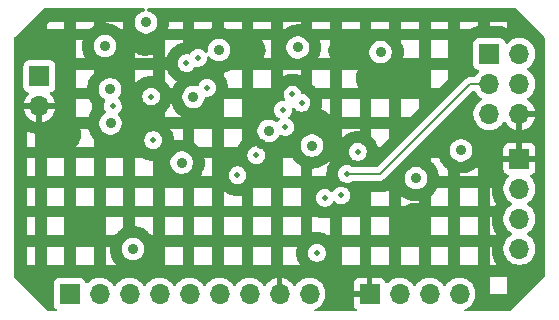
<source format=gbl>
%TF.GenerationSoftware,KiCad,Pcbnew,9.0.0*%
%TF.CreationDate,2025-03-11T16:24:46+11:00*%
%TF.ProjectId,MCU Datalogger,4d435520-4461-4746-916c-6f676765722e,1*%
%TF.SameCoordinates,Original*%
%TF.FileFunction,Copper,L4,Bot*%
%TF.FilePolarity,Positive*%
%FSLAX46Y46*%
G04 Gerber Fmt 4.6, Leading zero omitted, Abs format (unit mm)*
G04 Created by KiCad (PCBNEW 9.0.0) date 2025-03-11 16:24:46*
%MOMM*%
%LPD*%
G01*
G04 APERTURE LIST*
%TA.AperFunction,ComponentPad*%
%ADD10R,1.700000X1.700000*%
%TD*%
%TA.AperFunction,ComponentPad*%
%ADD11O,1.700000X1.700000*%
%TD*%
%TA.AperFunction,ViaPad*%
%ADD12C,0.500000*%
%TD*%
%TA.AperFunction,ViaPad*%
%ADD13C,0.900000*%
%TD*%
%TA.AperFunction,Conductor*%
%ADD14C,0.150000*%
%TD*%
G04 APERTURE END LIST*
D10*
%TO.P,J4,1,Pin_1*%
%TO.N,/MOSI*%
X160650000Y-71770000D03*
D11*
%TO.P,J4,2,Pin_2*%
%TO.N,/Vcc*%
X163190000Y-71770000D03*
%TO.P,J4,3,Pin_3*%
%TO.N,/SCK*%
X160650000Y-74310000D03*
%TO.P,J4,4,Pin_4*%
%TO.N,/MISO*%
X163190000Y-74310000D03*
%TO.P,J4,5,Pin_5*%
%TO.N,/RESET*%
X160650000Y-76850000D03*
%TO.P,J4,6,Pin_6*%
%TO.N,GND*%
X163190000Y-76850000D03*
%TD*%
D10*
%TO.P,J2,1,Pin_1*%
%TO.N,/D2*%
X125105000Y-92075000D03*
D11*
%TO.P,J2,2,Pin_2*%
%TO.N,/D3*%
X127645000Y-92075000D03*
%TO.P,J2,3,Pin_3*%
%TO.N,/D4*%
X130185000Y-92075000D03*
%TO.P,J2,4,Pin_4*%
%TO.N,/D5*%
X132725000Y-92075000D03*
%TO.P,J2,5,Pin_5*%
%TO.N,/D6*%
X135265000Y-92075000D03*
%TO.P,J2,6,Pin_6*%
%TO.N,/D7*%
X137805000Y-92075000D03*
%TO.P,J2,7,Pin_7*%
%TO.N,/D8*%
X140345000Y-92075000D03*
%TO.P,J2,8,Pin_8*%
%TO.N,GND*%
X142885000Y-92075000D03*
%TO.P,J2,9,Pin_9*%
%TO.N,/Vcc*%
X145425000Y-92075000D03*
%TD*%
D10*
%TO.P,J1,1,Pin_1*%
%TO.N,GND*%
X163195000Y-80645000D03*
D11*
%TO.P,J1,2,Pin_2*%
%TO.N,/Vcc*%
X163195000Y-83185000D03*
%TO.P,J1,3,Pin_3*%
%TO.N,/SDA*%
X163195000Y-85725000D03*
%TO.P,J1,4,Pin_4*%
%TO.N,/SCL*%
X163195000Y-88265000D03*
%TD*%
D10*
%TO.P,BT1,1,+*%
%TO.N,/Vcc*%
X122555000Y-73660000D03*
D11*
%TO.P,BT1,2,-*%
%TO.N,GND*%
X122555000Y-76200000D03*
%TD*%
D10*
%TO.P,J3,1,Pin_1*%
%TO.N,GND*%
X150505000Y-92075000D03*
D11*
%TO.P,J3,2,Pin_2*%
%TO.N,/Vcc*%
X153045000Y-92075000D03*
%TO.P,J3,3,Pin_3*%
%TO.N,/RX*%
X155585000Y-92075000D03*
%TO.P,J3,4,Pin_4*%
%TO.N,/TX*%
X158125000Y-92075000D03*
%TD*%
D12*
%TO.N,/SCL*%
X149500000Y-80050000D03*
X143975000Y-75200000D03*
%TO.N,/SCK*%
X148600000Y-81925000D03*
%TO.N,/SCL*%
X136000000Y-72100000D03*
D13*
%TO.N,GND*%
X150700000Y-73825000D03*
X148400000Y-71500000D03*
X140325000Y-71450000D03*
X131500000Y-70550000D03*
%TO.N,/Vcc*%
X131575000Y-69100000D03*
D12*
%TO.N,Net-(U3-A1)*%
X128775000Y-76200000D03*
X132025000Y-75375000D03*
D13*
%TO.N,/Vcc*%
X130475000Y-88275000D03*
X134600000Y-80975000D03*
X135600000Y-75425000D03*
X128550000Y-74775000D03*
%TO.N,GND*%
X124275000Y-71075000D03*
X124700000Y-78550000D03*
%TO.N,/Vcc*%
X128100000Y-71100000D03*
D12*
%TO.N,/MISO*%
X148107400Y-83743800D03*
%TO.N,/MOSI*%
X146710400Y-83947000D03*
%TO.N,/RX*%
X143179800Y-76504800D03*
%TO.N,/TX*%
X143357600Y-77952600D03*
%TO.N,/SDA*%
X132181600Y-79070200D03*
X144754600Y-75895200D03*
X135001000Y-72542400D03*
%TO.N,Net-(U4-PB7)*%
X136753600Y-74625200D03*
X139319000Y-82042000D03*
%TO.N,Net-(U4-PB6)*%
X140919200Y-80340200D03*
X146050000Y-88620600D03*
D13*
%TO.N,/Vcc*%
X145618200Y-79527400D03*
X151450000Y-71625000D03*
X154432000Y-82296000D03*
X128574800Y-77647800D03*
X144424400Y-71221600D03*
X137750000Y-71450000D03*
X141960600Y-78282800D03*
X158242000Y-79933800D03*
%TO.N,GND*%
X145999200Y-77749400D03*
X126187200Y-86055200D03*
X154355800Y-85725000D03*
X141046200Y-76555600D03*
X141300200Y-79425800D03*
X153924000Y-74091800D03*
%TD*%
D14*
%TO.N,/SCK*%
X148600000Y-81925000D02*
X151375000Y-81925000D01*
X151375000Y-81925000D02*
X158990000Y-74310000D01*
X158990000Y-74310000D02*
X160650000Y-74310000D01*
%TD*%
%TA.AperFunction,Conductor*%
%TO.N,GND*%
G36*
X162855077Y-67888485D02*
G01*
X162875719Y-67905119D01*
X165317681Y-70347081D01*
X165351166Y-70408404D01*
X165354000Y-70434762D01*
X165354000Y-90550438D01*
X165334315Y-90617477D01*
X165317681Y-90638119D01*
X162418519Y-93537281D01*
X162357196Y-93570766D01*
X162330838Y-93573600D01*
X158665996Y-93573600D01*
X158598957Y-93553915D01*
X158553202Y-93501111D01*
X158543258Y-93431953D01*
X158572283Y-93368397D01*
X158627677Y-93331669D01*
X158643412Y-93326557D01*
X158832816Y-93230051D01*
X158919138Y-93167335D01*
X159004786Y-93105109D01*
X159004788Y-93105106D01*
X159004792Y-93105104D01*
X159155104Y-92954792D01*
X159155106Y-92954788D01*
X159155109Y-92954786D01*
X159280048Y-92782820D01*
X159280047Y-92782820D01*
X159280051Y-92782816D01*
X159376557Y-92593412D01*
X159442246Y-92391243D01*
X159475500Y-92181287D01*
X159475500Y-92118800D01*
X160669400Y-92118800D01*
X162171400Y-92118800D01*
X162171400Y-90616800D01*
X160669400Y-90616800D01*
X160669400Y-92118800D01*
X159475500Y-92118800D01*
X159475500Y-91968713D01*
X159442246Y-91758757D01*
X159376557Y-91556588D01*
X159280051Y-91367184D01*
X159280049Y-91367181D01*
X159280048Y-91367179D01*
X159155109Y-91195213D01*
X159004786Y-91044890D01*
X158832820Y-90919951D01*
X158643414Y-90823444D01*
X158643413Y-90823443D01*
X158643412Y-90823443D01*
X158441243Y-90757754D01*
X158441241Y-90757753D01*
X158441240Y-90757753D01*
X158279957Y-90732208D01*
X158231287Y-90724500D01*
X158018713Y-90724500D01*
X157970042Y-90732208D01*
X157808760Y-90757753D01*
X157606585Y-90823444D01*
X157417179Y-90919951D01*
X157245213Y-91044890D01*
X157094890Y-91195213D01*
X156969949Y-91367182D01*
X156965484Y-91375946D01*
X156917509Y-91426742D01*
X156849688Y-91443536D01*
X156783553Y-91420998D01*
X156744516Y-91375946D01*
X156740050Y-91367182D01*
X156615109Y-91195213D01*
X156464786Y-91044890D01*
X156292820Y-90919951D01*
X156103414Y-90823444D01*
X156103413Y-90823443D01*
X156103412Y-90823443D01*
X155901243Y-90757754D01*
X155901241Y-90757753D01*
X155901240Y-90757753D01*
X155739957Y-90732208D01*
X155691287Y-90724500D01*
X155478713Y-90724500D01*
X155430042Y-90732208D01*
X155268760Y-90757753D01*
X155066585Y-90823444D01*
X154877179Y-90919951D01*
X154705213Y-91044890D01*
X154554890Y-91195213D01*
X154429949Y-91367182D01*
X154425484Y-91375946D01*
X154377509Y-91426742D01*
X154309688Y-91443536D01*
X154243553Y-91420998D01*
X154204516Y-91375946D01*
X154200050Y-91367182D01*
X154075109Y-91195213D01*
X153924786Y-91044890D01*
X153752820Y-90919951D01*
X153563414Y-90823444D01*
X153563413Y-90823443D01*
X153563412Y-90823443D01*
X153361243Y-90757754D01*
X153361241Y-90757753D01*
X153361240Y-90757753D01*
X153199957Y-90732208D01*
X153151287Y-90724500D01*
X152938713Y-90724500D01*
X152890042Y-90732208D01*
X152728760Y-90757753D01*
X152526585Y-90823444D01*
X152337179Y-90919951D01*
X152165215Y-91044889D01*
X152051285Y-91158819D01*
X151989962Y-91192303D01*
X151920270Y-91187319D01*
X151864337Y-91145447D01*
X151847422Y-91114470D01*
X151798354Y-90982913D01*
X151798350Y-90982906D01*
X151712190Y-90867812D01*
X151712187Y-90867809D01*
X151597093Y-90781649D01*
X151597086Y-90781645D01*
X151462379Y-90731403D01*
X151462372Y-90731401D01*
X151402844Y-90725000D01*
X150755000Y-90725000D01*
X150755000Y-91641988D01*
X150697993Y-91609075D01*
X150570826Y-91575000D01*
X150439174Y-91575000D01*
X150312007Y-91609075D01*
X150255000Y-91641988D01*
X150255000Y-90725000D01*
X149607155Y-90725000D01*
X149547627Y-90731401D01*
X149547620Y-90731403D01*
X149412913Y-90781645D01*
X149412906Y-90781649D01*
X149297812Y-90867809D01*
X149297809Y-90867812D01*
X149211649Y-90982906D01*
X149211645Y-90982913D01*
X149161403Y-91117620D01*
X149161401Y-91117627D01*
X149155000Y-91177155D01*
X149155000Y-91825000D01*
X150071988Y-91825000D01*
X150039075Y-91882007D01*
X150005000Y-92009174D01*
X150005000Y-92140826D01*
X150039075Y-92267993D01*
X150071988Y-92325000D01*
X149155000Y-92325000D01*
X149155000Y-92972844D01*
X149161401Y-93032372D01*
X149161403Y-93032379D01*
X149211645Y-93167086D01*
X149211649Y-93167093D01*
X149297809Y-93282187D01*
X149297812Y-93282190D01*
X149388840Y-93350334D01*
X149430711Y-93406267D01*
X149435695Y-93475959D01*
X149402209Y-93537282D01*
X149340886Y-93570766D01*
X149314529Y-93573600D01*
X145965996Y-93573600D01*
X145898957Y-93553915D01*
X145853202Y-93501111D01*
X145843258Y-93431953D01*
X145872283Y-93368397D01*
X145927677Y-93331669D01*
X145943412Y-93326557D01*
X146132816Y-93230051D01*
X146219138Y-93167335D01*
X146304786Y-93105109D01*
X146304788Y-93105106D01*
X146304792Y-93105104D01*
X146455104Y-92954792D01*
X146455106Y-92954788D01*
X146455109Y-92954786D01*
X146580048Y-92782820D01*
X146580047Y-92782820D01*
X146580051Y-92782816D01*
X146676557Y-92593412D01*
X146742246Y-92391243D01*
X146775500Y-92181287D01*
X146775500Y-91968713D01*
X146742246Y-91758757D01*
X146676557Y-91556588D01*
X146580051Y-91367184D01*
X146580049Y-91367181D01*
X146580048Y-91367179D01*
X146455109Y-91195213D01*
X146304786Y-91044890D01*
X146132820Y-90919951D01*
X145943414Y-90823444D01*
X145943413Y-90823443D01*
X145943412Y-90823443D01*
X145741243Y-90757754D01*
X145741241Y-90757753D01*
X145741240Y-90757753D01*
X145579957Y-90732208D01*
X145531287Y-90724500D01*
X145318713Y-90724500D01*
X145270042Y-90732208D01*
X145108760Y-90757753D01*
X144906585Y-90823444D01*
X144717179Y-90919951D01*
X144545213Y-91044890D01*
X144394890Y-91195213D01*
X144269949Y-91367182D01*
X144265202Y-91376499D01*
X144217227Y-91427293D01*
X144149405Y-91444087D01*
X144083271Y-91421548D01*
X144044234Y-91376495D01*
X144039622Y-91367444D01*
X143914727Y-91195540D01*
X143914723Y-91195535D01*
X143764464Y-91045276D01*
X143764459Y-91045272D01*
X143592557Y-90920379D01*
X143403215Y-90823903D01*
X143201124Y-90758241D01*
X143135000Y-90747768D01*
X143135000Y-91641988D01*
X143077993Y-91609075D01*
X142950826Y-91575000D01*
X142819174Y-91575000D01*
X142692007Y-91609075D01*
X142635000Y-91641988D01*
X142635000Y-90747768D01*
X142634999Y-90747768D01*
X142568875Y-90758241D01*
X142366784Y-90823903D01*
X142177442Y-90920379D01*
X142005540Y-91045272D01*
X142005535Y-91045276D01*
X141855276Y-91195535D01*
X141855272Y-91195540D01*
X141730378Y-91367443D01*
X141725762Y-91376502D01*
X141677784Y-91427295D01*
X141609963Y-91444087D01*
X141543829Y-91421546D01*
X141504794Y-91376493D01*
X141500051Y-91367184D01*
X141500049Y-91367181D01*
X141500048Y-91367179D01*
X141375109Y-91195213D01*
X141224786Y-91044890D01*
X141052820Y-90919951D01*
X140863414Y-90823444D01*
X140863413Y-90823443D01*
X140863412Y-90823443D01*
X140661243Y-90757754D01*
X140661241Y-90757753D01*
X140661240Y-90757753D01*
X140499957Y-90732208D01*
X140451287Y-90724500D01*
X140238713Y-90724500D01*
X140190042Y-90732208D01*
X140028760Y-90757753D01*
X139826585Y-90823444D01*
X139637179Y-90919951D01*
X139465213Y-91044890D01*
X139314890Y-91195213D01*
X139189949Y-91367182D01*
X139185484Y-91375946D01*
X139137509Y-91426742D01*
X139069688Y-91443536D01*
X139003553Y-91420998D01*
X138964516Y-91375946D01*
X138960050Y-91367182D01*
X138835109Y-91195213D01*
X138684786Y-91044890D01*
X138512820Y-90919951D01*
X138323414Y-90823444D01*
X138323413Y-90823443D01*
X138323412Y-90823443D01*
X138121243Y-90757754D01*
X138121241Y-90757753D01*
X138121240Y-90757753D01*
X137959957Y-90732208D01*
X137911287Y-90724500D01*
X137698713Y-90724500D01*
X137650042Y-90732208D01*
X137488760Y-90757753D01*
X137286585Y-90823444D01*
X137097179Y-90919951D01*
X136925213Y-91044890D01*
X136774890Y-91195213D01*
X136649949Y-91367182D01*
X136645484Y-91375946D01*
X136597509Y-91426742D01*
X136529688Y-91443536D01*
X136463553Y-91420998D01*
X136424516Y-91375946D01*
X136420050Y-91367182D01*
X136295109Y-91195213D01*
X136144786Y-91044890D01*
X135972820Y-90919951D01*
X135783414Y-90823444D01*
X135783413Y-90823443D01*
X135783412Y-90823443D01*
X135581243Y-90757754D01*
X135581241Y-90757753D01*
X135581240Y-90757753D01*
X135419957Y-90732208D01*
X135371287Y-90724500D01*
X135158713Y-90724500D01*
X135110042Y-90732208D01*
X134948760Y-90757753D01*
X134746585Y-90823444D01*
X134557179Y-90919951D01*
X134385213Y-91044890D01*
X134234890Y-91195213D01*
X134109949Y-91367182D01*
X134105484Y-91375946D01*
X134057509Y-91426742D01*
X133989688Y-91443536D01*
X133923553Y-91420998D01*
X133884516Y-91375946D01*
X133880050Y-91367182D01*
X133755109Y-91195213D01*
X133604786Y-91044890D01*
X133432820Y-90919951D01*
X133243414Y-90823444D01*
X133243413Y-90823443D01*
X133243412Y-90823443D01*
X133041243Y-90757754D01*
X133041241Y-90757753D01*
X133041240Y-90757753D01*
X132879957Y-90732208D01*
X132831287Y-90724500D01*
X132618713Y-90724500D01*
X132570042Y-90732208D01*
X132408760Y-90757753D01*
X132206585Y-90823444D01*
X132017179Y-90919951D01*
X131845213Y-91044890D01*
X131694890Y-91195213D01*
X131569949Y-91367182D01*
X131565484Y-91375946D01*
X131517509Y-91426742D01*
X131449688Y-91443536D01*
X131383553Y-91420998D01*
X131344516Y-91375946D01*
X131340050Y-91367182D01*
X131215109Y-91195213D01*
X131064786Y-91044890D01*
X130892820Y-90919951D01*
X130703414Y-90823444D01*
X130703413Y-90823443D01*
X130703412Y-90823443D01*
X130501243Y-90757754D01*
X130501241Y-90757753D01*
X130501240Y-90757753D01*
X130339957Y-90732208D01*
X130291287Y-90724500D01*
X130078713Y-90724500D01*
X130030042Y-90732208D01*
X129868760Y-90757753D01*
X129666585Y-90823444D01*
X129477179Y-90919951D01*
X129305213Y-91044890D01*
X129154890Y-91195213D01*
X129029949Y-91367182D01*
X129025484Y-91375946D01*
X128977509Y-91426742D01*
X128909688Y-91443536D01*
X128843553Y-91420998D01*
X128804516Y-91375946D01*
X128800050Y-91367182D01*
X128675109Y-91195213D01*
X128524786Y-91044890D01*
X128352820Y-90919951D01*
X128163414Y-90823444D01*
X128163413Y-90823443D01*
X128163412Y-90823443D01*
X127961243Y-90757754D01*
X127961241Y-90757753D01*
X127961240Y-90757753D01*
X127799957Y-90732208D01*
X127751287Y-90724500D01*
X127538713Y-90724500D01*
X127490042Y-90732208D01*
X127328760Y-90757753D01*
X127126585Y-90823444D01*
X126937179Y-90919951D01*
X126765215Y-91044889D01*
X126651673Y-91158431D01*
X126590350Y-91191915D01*
X126520658Y-91186931D01*
X126464725Y-91145059D01*
X126447810Y-91114082D01*
X126398797Y-90982671D01*
X126398793Y-90982664D01*
X126312547Y-90867455D01*
X126312544Y-90867452D01*
X126197335Y-90781206D01*
X126197328Y-90781202D01*
X126062482Y-90730908D01*
X126062483Y-90730908D01*
X126002883Y-90724501D01*
X126002881Y-90724500D01*
X126002873Y-90724500D01*
X126002864Y-90724500D01*
X124207129Y-90724500D01*
X124207123Y-90724501D01*
X124147516Y-90730908D01*
X124012671Y-90781202D01*
X124012664Y-90781206D01*
X123897455Y-90867452D01*
X123897452Y-90867455D01*
X123811206Y-90982664D01*
X123811202Y-90982671D01*
X123760908Y-91117517D01*
X123754501Y-91177116D01*
X123754500Y-91177135D01*
X123754500Y-92972870D01*
X123754501Y-92972876D01*
X123760908Y-93032483D01*
X123811202Y-93167328D01*
X123811206Y-93167335D01*
X123897452Y-93282544D01*
X123897455Y-93282547D01*
X123988006Y-93350334D01*
X124029877Y-93406267D01*
X124034861Y-93475959D01*
X124001375Y-93537282D01*
X123940052Y-93570766D01*
X123913695Y-93573600D01*
X123368362Y-93573600D01*
X123301323Y-93553915D01*
X123280681Y-93537281D01*
X120457719Y-90714319D01*
X120424234Y-90652996D01*
X120421400Y-90626638D01*
X120421400Y-89618800D01*
X121545400Y-89618800D01*
X122171400Y-89618800D01*
X123169400Y-89618800D01*
X124671400Y-89618800D01*
X125669400Y-89618800D01*
X127171400Y-89618800D01*
X128169400Y-89618800D01*
X129063205Y-89618800D01*
X133169400Y-89618800D01*
X134671400Y-89618800D01*
X135669400Y-89618800D01*
X137171400Y-89618800D01*
X138169400Y-89618800D01*
X139671400Y-89618800D01*
X140669400Y-89618800D01*
X142171400Y-89618800D01*
X143169400Y-89618800D01*
X144614073Y-89618800D01*
X148169400Y-89618800D01*
X149671400Y-89618800D01*
X150669400Y-89618800D01*
X152171400Y-89618800D01*
X153169400Y-89618800D01*
X154671400Y-89618800D01*
X155669400Y-89618800D01*
X157171400Y-89618800D01*
X158169400Y-89618800D01*
X159671400Y-89618800D01*
X160669400Y-89618800D01*
X161275687Y-89618800D01*
X161221026Y-89543565D01*
X161218240Y-89539568D01*
X161201874Y-89515073D01*
X161199250Y-89510973D01*
X161178769Y-89477550D01*
X161176307Y-89473350D01*
X161161917Y-89447654D01*
X161159622Y-89443361D01*
X161045314Y-89219019D01*
X161043189Y-89214636D01*
X161030846Y-89187861D01*
X161028891Y-89183392D01*
X161013893Y-89147175D01*
X161012121Y-89142647D01*
X161001936Y-89115037D01*
X161000342Y-89110440D01*
X160922545Y-88871007D01*
X160921131Y-88866347D01*
X160913138Y-88838005D01*
X160911911Y-88833300D01*
X160902758Y-88795183D01*
X160901713Y-88790423D01*
X160895964Y-88761523D01*
X160895108Y-88756728D01*
X160855723Y-88508059D01*
X160855056Y-88503236D01*
X160851596Y-88474003D01*
X160851119Y-88469165D01*
X160848041Y-88430086D01*
X160847754Y-88425221D01*
X160846596Y-88395769D01*
X160846500Y-88390897D01*
X160846500Y-88139103D01*
X160846596Y-88134231D01*
X160847281Y-88116800D01*
X160669400Y-88116800D01*
X160669400Y-89618800D01*
X159671400Y-89618800D01*
X159671400Y-88116800D01*
X158169400Y-88116800D01*
X158169400Y-89618800D01*
X157171400Y-89618800D01*
X157171400Y-88116800D01*
X155669400Y-88116800D01*
X155669400Y-89618800D01*
X154671400Y-89618800D01*
X154671400Y-88116800D01*
X153169400Y-88116800D01*
X153169400Y-89618800D01*
X152171400Y-89618800D01*
X152171400Y-88116800D01*
X150669400Y-88116800D01*
X150669400Y-89618800D01*
X149671400Y-89618800D01*
X149671400Y-88116800D01*
X148169400Y-88116800D01*
X148169400Y-89618800D01*
X144614073Y-89618800D01*
X144541494Y-89510178D01*
X144538237Y-89505034D01*
X144519302Y-89473442D01*
X144516302Y-89468146D01*
X144493201Y-89424925D01*
X144490464Y-89419489D01*
X144474724Y-89386208D01*
X144472259Y-89380645D01*
X144396935Y-89198795D01*
X144394745Y-89193120D01*
X144382342Y-89158458D01*
X144380433Y-89152678D01*
X144366207Y-89105784D01*
X144364584Y-89099921D01*
X144355634Y-89064196D01*
X144354300Y-89058254D01*
X144315896Y-88865187D01*
X144314855Y-88859189D01*
X144309451Y-88822756D01*
X144308706Y-88816715D01*
X144303903Y-88767943D01*
X144303455Y-88761873D01*
X144301649Y-88725101D01*
X144301500Y-88719018D01*
X144301500Y-88694520D01*
X145299499Y-88694520D01*
X145328340Y-88839507D01*
X145328343Y-88839517D01*
X145384912Y-88976088D01*
X145384919Y-88976101D01*
X145467048Y-89099015D01*
X145467051Y-89099019D01*
X145571580Y-89203548D01*
X145571584Y-89203551D01*
X145694498Y-89285680D01*
X145694511Y-89285687D01*
X145831082Y-89342256D01*
X145831087Y-89342258D01*
X145831091Y-89342258D01*
X145831092Y-89342259D01*
X145976079Y-89371100D01*
X145976082Y-89371100D01*
X146123920Y-89371100D01*
X146221462Y-89351696D01*
X146268913Y-89342258D01*
X146405495Y-89285684D01*
X146528416Y-89203551D01*
X146632951Y-89099016D01*
X146715084Y-88976095D01*
X146771658Y-88839513D01*
X146787172Y-88761523D01*
X146800500Y-88694520D01*
X146800500Y-88546679D01*
X146771659Y-88401692D01*
X146771658Y-88401691D01*
X146771658Y-88401687D01*
X146757960Y-88368616D01*
X146715087Y-88265111D01*
X146715080Y-88265098D01*
X146632951Y-88142184D01*
X146632948Y-88142180D01*
X146528419Y-88037651D01*
X146528415Y-88037648D01*
X146405501Y-87955519D01*
X146405488Y-87955512D01*
X146268917Y-87898943D01*
X146268907Y-87898940D01*
X146123920Y-87870100D01*
X146123918Y-87870100D01*
X145976082Y-87870100D01*
X145976080Y-87870100D01*
X145831092Y-87898940D01*
X145831082Y-87898943D01*
X145694511Y-87955512D01*
X145694498Y-87955519D01*
X145571584Y-88037648D01*
X145571580Y-88037651D01*
X145467051Y-88142180D01*
X145467048Y-88142184D01*
X145384919Y-88265098D01*
X145384912Y-88265111D01*
X145328343Y-88401682D01*
X145328340Y-88401692D01*
X145299500Y-88546679D01*
X145299500Y-88546682D01*
X145299500Y-88694518D01*
X145299500Y-88694520D01*
X145299499Y-88694520D01*
X144301500Y-88694520D01*
X144301500Y-88522182D01*
X144301649Y-88516099D01*
X144303455Y-88479327D01*
X144303903Y-88473257D01*
X144308706Y-88424485D01*
X144309451Y-88418444D01*
X144314855Y-88382011D01*
X144315896Y-88376013D01*
X144354300Y-88182946D01*
X144355634Y-88177004D01*
X144364584Y-88141279D01*
X144366207Y-88135416D01*
X144371854Y-88116800D01*
X143169400Y-88116800D01*
X143169400Y-89618800D01*
X142171400Y-89618800D01*
X142171400Y-88116800D01*
X140669400Y-88116800D01*
X140669400Y-89618800D01*
X139671400Y-89618800D01*
X139671400Y-88116800D01*
X138169400Y-88116800D01*
X138169400Y-89618800D01*
X137171400Y-89618800D01*
X137171400Y-88116800D01*
X135669400Y-88116800D01*
X135669400Y-89618800D01*
X134671400Y-89618800D01*
X134671400Y-88116800D01*
X133169400Y-88116800D01*
X133169400Y-89618800D01*
X129063205Y-89618800D01*
X129013678Y-89569273D01*
X129009480Y-89564864D01*
X128984749Y-89537577D01*
X128980775Y-89532970D01*
X128949686Y-89495088D01*
X128945940Y-89490288D01*
X128924007Y-89460714D01*
X128920504Y-89455740D01*
X128789256Y-89259314D01*
X128785999Y-89254170D01*
X128767064Y-89222578D01*
X128764064Y-89217282D01*
X128740963Y-89174061D01*
X128738227Y-89168626D01*
X128722487Y-89135346D01*
X128720021Y-89129783D01*
X128629620Y-88911535D01*
X128627430Y-88905859D01*
X128615027Y-88871197D01*
X128613118Y-88865418D01*
X128598891Y-88818522D01*
X128597267Y-88812652D01*
X128588318Y-88776924D01*
X128586985Y-88770987D01*
X128540896Y-88539281D01*
X128539855Y-88533286D01*
X128534451Y-88496858D01*
X128533706Y-88490815D01*
X128528903Y-88442046D01*
X128528455Y-88435975D01*
X128526649Y-88399200D01*
X128526500Y-88393118D01*
X128526500Y-88181379D01*
X129524500Y-88181379D01*
X129524500Y-88368620D01*
X129561025Y-88552243D01*
X129561027Y-88552251D01*
X129632676Y-88725228D01*
X129632681Y-88725237D01*
X129736697Y-88880907D01*
X129736700Y-88880911D01*
X129869088Y-89013299D01*
X129869092Y-89013302D01*
X130024762Y-89117318D01*
X130024768Y-89117321D01*
X130024769Y-89117322D01*
X130197749Y-89188973D01*
X130326767Y-89214636D01*
X130381379Y-89225499D01*
X130381383Y-89225500D01*
X130381384Y-89225500D01*
X130568617Y-89225500D01*
X130568618Y-89225499D01*
X130752251Y-89188973D01*
X130925231Y-89117322D01*
X131080908Y-89013302D01*
X131213302Y-88880908D01*
X131317322Y-88725231D01*
X131388973Y-88552251D01*
X131425500Y-88368616D01*
X131425500Y-88181384D01*
X131388973Y-87997749D01*
X131317322Y-87824769D01*
X131317321Y-87824768D01*
X131317318Y-87824762D01*
X131213302Y-87669092D01*
X131213299Y-87669088D01*
X131080911Y-87536700D01*
X131080907Y-87536697D01*
X130925237Y-87432681D01*
X130925228Y-87432676D01*
X130752251Y-87361027D01*
X130752243Y-87361025D01*
X130568620Y-87324500D01*
X130568616Y-87324500D01*
X130381384Y-87324500D01*
X130381379Y-87324500D01*
X130197756Y-87361025D01*
X130197748Y-87361027D01*
X130024771Y-87432676D01*
X130024762Y-87432681D01*
X129869092Y-87536697D01*
X129869088Y-87536700D01*
X129736700Y-87669088D01*
X129736697Y-87669092D01*
X129632681Y-87824762D01*
X129632676Y-87824771D01*
X129561027Y-87997748D01*
X129561025Y-87997756D01*
X129524500Y-88181379D01*
X128526500Y-88181379D01*
X128526500Y-88156882D01*
X128526649Y-88150800D01*
X128528319Y-88116800D01*
X128169400Y-88116800D01*
X128169400Y-89618800D01*
X127171400Y-89618800D01*
X127171400Y-88116800D01*
X125669400Y-88116800D01*
X125669400Y-89618800D01*
X124671400Y-89618800D01*
X124671400Y-88116800D01*
X123169400Y-88116800D01*
X123169400Y-89618800D01*
X122171400Y-89618800D01*
X122171400Y-88116800D01*
X121545400Y-88116800D01*
X121545400Y-89618800D01*
X120421400Y-89618800D01*
X120421400Y-87118800D01*
X121545400Y-87118800D01*
X122171400Y-87118800D01*
X123169400Y-87118800D01*
X124671400Y-87118800D01*
X128169400Y-87118800D01*
X128904107Y-87118800D01*
X128920504Y-87094260D01*
X128924007Y-87089286D01*
X128945940Y-87059712D01*
X128949686Y-87054912D01*
X128980775Y-87017030D01*
X128984749Y-87012423D01*
X129009480Y-86985136D01*
X129013678Y-86980727D01*
X129180727Y-86813678D01*
X129185136Y-86809480D01*
X129212423Y-86784749D01*
X129217030Y-86780775D01*
X129254912Y-86749686D01*
X129259712Y-86745940D01*
X129289286Y-86724007D01*
X129294260Y-86720504D01*
X129490686Y-86589256D01*
X129495830Y-86585999D01*
X129527422Y-86567064D01*
X129532718Y-86564064D01*
X129575939Y-86540963D01*
X129581374Y-86538227D01*
X129614654Y-86522487D01*
X129620217Y-86520021D01*
X129671400Y-86498820D01*
X129671400Y-86331596D01*
X130669400Y-86331596D01*
X130690815Y-86333706D01*
X130696858Y-86334451D01*
X130733286Y-86339855D01*
X130739281Y-86340896D01*
X130970987Y-86386985D01*
X130976924Y-86388318D01*
X131012652Y-86397267D01*
X131018522Y-86398891D01*
X131065418Y-86413118D01*
X131071197Y-86415027D01*
X131105859Y-86427430D01*
X131111535Y-86429620D01*
X131329783Y-86520021D01*
X131335346Y-86522487D01*
X131368626Y-86538227D01*
X131374061Y-86540963D01*
X131417282Y-86564064D01*
X131422578Y-86567064D01*
X131454170Y-86585999D01*
X131459314Y-86589256D01*
X131655740Y-86720504D01*
X131660714Y-86724007D01*
X131690288Y-86745940D01*
X131695088Y-86749686D01*
X131732970Y-86780775D01*
X131737577Y-86784749D01*
X131764864Y-86809480D01*
X131769273Y-86813678D01*
X131936322Y-86980727D01*
X131940520Y-86985136D01*
X131965251Y-87012423D01*
X131969225Y-87017030D01*
X132000314Y-87054912D01*
X132004060Y-87059712D01*
X132025993Y-87089286D01*
X132029496Y-87094260D01*
X132045893Y-87118800D01*
X132171400Y-87118800D01*
X133169400Y-87118800D01*
X134671400Y-87118800D01*
X135669400Y-87118800D01*
X137171400Y-87118800D01*
X138169400Y-87118800D01*
X139671400Y-87118800D01*
X140669400Y-87118800D01*
X142171400Y-87118800D01*
X143169400Y-87118800D01*
X144671400Y-87118800D01*
X144671400Y-86913551D01*
X145669400Y-86913551D01*
X145805413Y-86886496D01*
X145811411Y-86885455D01*
X145847844Y-86880051D01*
X145853885Y-86879306D01*
X145902657Y-86874503D01*
X145908727Y-86874055D01*
X145945499Y-86872249D01*
X145951582Y-86872100D01*
X146148418Y-86872100D01*
X146154501Y-86872249D01*
X146191273Y-86874055D01*
X146197343Y-86874503D01*
X146246115Y-86879306D01*
X146252156Y-86880051D01*
X146288589Y-86885455D01*
X146294587Y-86886496D01*
X146487654Y-86924900D01*
X146493596Y-86926234D01*
X146529321Y-86935184D01*
X146535184Y-86936807D01*
X146582078Y-86951033D01*
X146587858Y-86952942D01*
X146622520Y-86965345D01*
X146628195Y-86967535D01*
X146810045Y-87042859D01*
X146815608Y-87045324D01*
X146848889Y-87061064D01*
X146854325Y-87063801D01*
X146897546Y-87086902D01*
X146902842Y-87089902D01*
X146934434Y-87108837D01*
X146939578Y-87112094D01*
X146949614Y-87118800D01*
X147171400Y-87118800D01*
X148169400Y-87118800D01*
X149671400Y-87118800D01*
X150669400Y-87118800D01*
X152171400Y-87118800D01*
X152171400Y-86128511D01*
X155669400Y-86128511D01*
X155669400Y-87118800D01*
X157171400Y-87118800D01*
X158169400Y-87118800D01*
X159671400Y-87118800D01*
X160669400Y-87118800D01*
X161143235Y-87118800D01*
X161159622Y-87086639D01*
X161161917Y-87082346D01*
X161176307Y-87056650D01*
X161178769Y-87052450D01*
X161199250Y-87019027D01*
X161201874Y-87014927D01*
X161215187Y-86995000D01*
X161201874Y-86975073D01*
X161199250Y-86970973D01*
X161178769Y-86937550D01*
X161176307Y-86933350D01*
X161161917Y-86907654D01*
X161159622Y-86903361D01*
X161045314Y-86679019D01*
X161043189Y-86674636D01*
X161030846Y-86647861D01*
X161028891Y-86643392D01*
X161013893Y-86607175D01*
X161012121Y-86602647D01*
X161001936Y-86575037D01*
X161000342Y-86570440D01*
X160922545Y-86331007D01*
X160921131Y-86326347D01*
X160913138Y-86298005D01*
X160911911Y-86293300D01*
X160902758Y-86255183D01*
X160901713Y-86250423D01*
X160895964Y-86221523D01*
X160895108Y-86216728D01*
X160855723Y-85968059D01*
X160855056Y-85963236D01*
X160851596Y-85934003D01*
X160851119Y-85929165D01*
X160848041Y-85890086D01*
X160847754Y-85885221D01*
X160846596Y-85855769D01*
X160846500Y-85850897D01*
X160846500Y-85616800D01*
X160669400Y-85616800D01*
X160669400Y-87118800D01*
X159671400Y-87118800D01*
X159671400Y-85616800D01*
X158169400Y-85616800D01*
X158169400Y-87118800D01*
X157171400Y-87118800D01*
X157171400Y-85616800D01*
X155729027Y-85616800D01*
X155729800Y-85626623D01*
X155729800Y-85823377D01*
X155728273Y-85842775D01*
X155697494Y-86037107D01*
X155692952Y-86056028D01*
X155669400Y-86128511D01*
X152171400Y-86128511D01*
X152171400Y-85616800D01*
X150669400Y-85616800D01*
X150669400Y-87118800D01*
X149671400Y-87118800D01*
X149671400Y-85616800D01*
X148169400Y-85616800D01*
X148169400Y-87118800D01*
X147171400Y-87118800D01*
X147171400Y-85637005D01*
X147153996Y-85641366D01*
X147148054Y-85642700D01*
X146954987Y-85681104D01*
X146948989Y-85682145D01*
X146912556Y-85687549D01*
X146906515Y-85688294D01*
X146857743Y-85693097D01*
X146851673Y-85693545D01*
X146814901Y-85695351D01*
X146808818Y-85695500D01*
X146611982Y-85695500D01*
X146605899Y-85695351D01*
X146569127Y-85693545D01*
X146563057Y-85693097D01*
X146514285Y-85688294D01*
X146508244Y-85687549D01*
X146471811Y-85682145D01*
X146465813Y-85681104D01*
X146272746Y-85642700D01*
X146266804Y-85641366D01*
X146231079Y-85632416D01*
X146225216Y-85630793D01*
X146179090Y-85616800D01*
X145669400Y-85616800D01*
X145669400Y-86913551D01*
X144671400Y-86913551D01*
X144671400Y-85616800D01*
X143169400Y-85616800D01*
X143169400Y-87118800D01*
X142171400Y-87118800D01*
X142171400Y-85616800D01*
X140669400Y-85616800D01*
X140669400Y-87118800D01*
X139671400Y-87118800D01*
X139671400Y-85616800D01*
X138169400Y-85616800D01*
X138169400Y-87118800D01*
X137171400Y-87118800D01*
X137171400Y-85616800D01*
X135669400Y-85616800D01*
X135669400Y-87118800D01*
X134671400Y-87118800D01*
X134671400Y-85616800D01*
X133169400Y-85616800D01*
X133169400Y-87118800D01*
X132171400Y-87118800D01*
X132171400Y-85616800D01*
X130669400Y-85616800D01*
X130669400Y-86331596D01*
X129671400Y-86331596D01*
X129671400Y-85616800D01*
X128169400Y-85616800D01*
X128169400Y-87118800D01*
X124671400Y-87118800D01*
X124671400Y-85616800D01*
X123169400Y-85616800D01*
X123169400Y-87118800D01*
X122171400Y-87118800D01*
X122171400Y-85616800D01*
X121545400Y-85616800D01*
X121545400Y-87118800D01*
X120421400Y-87118800D01*
X120421400Y-84618800D01*
X121545400Y-84618800D01*
X122171400Y-84618800D01*
X123169400Y-84618800D01*
X124671400Y-84618800D01*
X125669400Y-84618800D01*
X127171400Y-84618800D01*
X128169400Y-84618800D01*
X129671400Y-84618800D01*
X130669400Y-84618800D01*
X132171400Y-84618800D01*
X133169400Y-84618800D01*
X134671400Y-84618800D01*
X135669400Y-84618800D01*
X137171400Y-84618800D01*
X138169400Y-84618800D01*
X139671400Y-84618800D01*
X139671400Y-83754658D01*
X139563587Y-83776104D01*
X139557589Y-83777145D01*
X139521156Y-83782549D01*
X139515115Y-83783294D01*
X139466343Y-83788097D01*
X139460273Y-83788545D01*
X139423501Y-83790351D01*
X139417418Y-83790500D01*
X139220582Y-83790500D01*
X139214499Y-83790351D01*
X139177727Y-83788545D01*
X139171657Y-83788097D01*
X139122885Y-83783294D01*
X139116844Y-83782549D01*
X139080411Y-83777145D01*
X139074413Y-83776104D01*
X138881346Y-83737700D01*
X138875404Y-83736366D01*
X138839679Y-83727416D01*
X138833816Y-83725793D01*
X138786922Y-83711567D01*
X138781142Y-83709658D01*
X138746480Y-83697255D01*
X138740805Y-83695065D01*
X138558955Y-83619741D01*
X138553392Y-83617276D01*
X138520111Y-83601536D01*
X138514675Y-83598799D01*
X138471454Y-83575698D01*
X138466158Y-83572698D01*
X138434566Y-83553763D01*
X138429422Y-83550506D01*
X138265752Y-83441145D01*
X138260778Y-83437642D01*
X138231204Y-83415709D01*
X138226404Y-83411963D01*
X138188522Y-83380874D01*
X138183915Y-83376900D01*
X138169400Y-83363744D01*
X138169400Y-84618800D01*
X137171400Y-84618800D01*
X137171400Y-83158433D01*
X140669400Y-83158433D01*
X140669400Y-84618800D01*
X142171400Y-84618800D01*
X143169400Y-84618800D01*
X144671400Y-84618800D01*
X144671400Y-84020920D01*
X145959899Y-84020920D01*
X145988740Y-84165907D01*
X145988743Y-84165917D01*
X146045312Y-84302488D01*
X146045319Y-84302501D01*
X146127448Y-84425415D01*
X146127451Y-84425419D01*
X146231980Y-84529948D01*
X146231984Y-84529951D01*
X146354898Y-84612080D01*
X146354911Y-84612087D01*
X146491482Y-84668656D01*
X146491487Y-84668658D01*
X146491491Y-84668658D01*
X146491492Y-84668659D01*
X146636479Y-84697500D01*
X146636482Y-84697500D01*
X146784320Y-84697500D01*
X146881862Y-84678096D01*
X146929313Y-84668658D01*
X147065895Y-84612084D01*
X147188816Y-84529951D01*
X147293351Y-84425416D01*
X147375484Y-84302495D01*
X147375485Y-84302493D01*
X147376519Y-84300560D01*
X147377327Y-84299736D01*
X147378869Y-84297430D01*
X147379306Y-84297722D01*
X147425479Y-84250714D01*
X147493616Y-84235251D01*
X147559297Y-84259080D01*
X147573560Y-84271328D01*
X147628980Y-84326748D01*
X147628984Y-84326751D01*
X147751898Y-84408880D01*
X147751911Y-84408887D01*
X147876063Y-84460312D01*
X147888487Y-84465458D01*
X147888491Y-84465458D01*
X147888492Y-84465459D01*
X148033479Y-84494300D01*
X148033482Y-84494300D01*
X148181320Y-84494300D01*
X148286171Y-84473443D01*
X148326313Y-84465458D01*
X148462895Y-84408884D01*
X148585816Y-84326751D01*
X148690351Y-84222216D01*
X148772484Y-84099295D01*
X148829058Y-83962713D01*
X148857900Y-83817718D01*
X148857900Y-83669882D01*
X148857900Y-83669879D01*
X148829059Y-83524892D01*
X148829058Y-83524891D01*
X148829058Y-83524887D01*
X148823425Y-83511288D01*
X148818128Y-83498500D01*
X150669400Y-83498500D01*
X150669400Y-84618800D01*
X152171400Y-84618800D01*
X153169400Y-84618800D01*
X153540765Y-84618800D01*
X153627771Y-84555586D01*
X153644363Y-84545419D01*
X153819673Y-84456095D01*
X153837648Y-84448649D01*
X154024772Y-84387848D01*
X154043693Y-84383306D01*
X154238025Y-84352527D01*
X154257423Y-84351000D01*
X154454177Y-84351000D01*
X154473575Y-84352527D01*
X154667907Y-84383306D01*
X154671400Y-84384144D01*
X154671400Y-84233946D01*
X154653858Y-84236549D01*
X154647815Y-84237294D01*
X154599046Y-84242097D01*
X154592975Y-84242545D01*
X154556200Y-84244351D01*
X154550118Y-84244500D01*
X154313882Y-84244500D01*
X154307800Y-84244351D01*
X154271025Y-84242545D01*
X154264954Y-84242097D01*
X154216185Y-84237294D01*
X154210142Y-84236549D01*
X154173714Y-84231145D01*
X154167719Y-84230104D01*
X153936013Y-84184015D01*
X153930076Y-84182682D01*
X153894348Y-84173733D01*
X153888478Y-84172109D01*
X153841582Y-84157882D01*
X153835803Y-84155973D01*
X153801141Y-84143570D01*
X153795465Y-84141380D01*
X153577217Y-84050979D01*
X153571654Y-84048513D01*
X153538374Y-84032773D01*
X153532939Y-84030037D01*
X153489718Y-84006936D01*
X153484422Y-84003936D01*
X153452830Y-83985001D01*
X153447686Y-83981744D01*
X153251260Y-83850496D01*
X153246286Y-83846993D01*
X153216712Y-83825060D01*
X153211912Y-83821314D01*
X153194600Y-83807106D01*
X155669400Y-83807106D01*
X155669400Y-84618800D01*
X157171400Y-84618800D01*
X158169400Y-84618800D01*
X159671400Y-84618800D01*
X160669400Y-84618800D01*
X161122854Y-84618800D01*
X161159622Y-84546639D01*
X161161917Y-84542346D01*
X161176307Y-84516650D01*
X161178769Y-84512450D01*
X161199250Y-84479027D01*
X161201874Y-84474927D01*
X161215187Y-84455000D01*
X161201874Y-84435073D01*
X161199250Y-84430973D01*
X161178769Y-84397550D01*
X161176307Y-84393350D01*
X161161917Y-84367654D01*
X161159622Y-84363361D01*
X161045314Y-84139019D01*
X161043189Y-84134636D01*
X161030846Y-84107861D01*
X161028891Y-84103392D01*
X161013893Y-84067175D01*
X161012121Y-84062647D01*
X161001936Y-84035037D01*
X161000342Y-84030440D01*
X160922545Y-83791007D01*
X160921131Y-83786347D01*
X160913138Y-83758005D01*
X160911911Y-83753300D01*
X160902758Y-83715183D01*
X160901713Y-83710423D01*
X160895964Y-83681523D01*
X160895108Y-83676728D01*
X160855723Y-83428059D01*
X160855056Y-83423236D01*
X160851596Y-83394003D01*
X160851119Y-83389165D01*
X160848041Y-83350086D01*
X160847754Y-83345221D01*
X160846596Y-83315769D01*
X160846500Y-83310897D01*
X160846500Y-83116800D01*
X160669400Y-83116800D01*
X160669400Y-84618800D01*
X159671400Y-84618800D01*
X159671400Y-83116800D01*
X158169400Y-83116800D01*
X158169400Y-84618800D01*
X157171400Y-84618800D01*
X157171400Y-83116800D01*
X156201055Y-83116800D01*
X156186979Y-83150783D01*
X156184513Y-83156346D01*
X156168773Y-83189626D01*
X156166037Y-83195061D01*
X156142936Y-83238282D01*
X156139936Y-83243578D01*
X156121001Y-83275170D01*
X156117744Y-83280314D01*
X155986496Y-83476740D01*
X155982993Y-83481714D01*
X155961060Y-83511288D01*
X155957314Y-83516088D01*
X155926225Y-83553970D01*
X155922251Y-83558577D01*
X155897520Y-83585864D01*
X155893322Y-83590273D01*
X155726273Y-83757322D01*
X155721864Y-83761520D01*
X155694577Y-83786251D01*
X155689970Y-83790225D01*
X155669400Y-83807106D01*
X153194600Y-83807106D01*
X153174030Y-83790225D01*
X153169423Y-83786251D01*
X153169400Y-83786230D01*
X153169400Y-84618800D01*
X152171400Y-84618800D01*
X152171400Y-83282120D01*
X152067831Y-83341917D01*
X152060671Y-83345744D01*
X152016616Y-83367468D01*
X152009224Y-83370816D01*
X151948837Y-83395827D01*
X151941244Y-83398685D01*
X151894757Y-83414464D01*
X151886994Y-83416819D01*
X151677502Y-83472952D01*
X151669599Y-83474795D01*
X151621445Y-83484373D01*
X151613444Y-83485694D01*
X151548644Y-83494227D01*
X151540565Y-83495023D01*
X151491559Y-83498235D01*
X151483449Y-83498500D01*
X150669400Y-83498500D01*
X148818128Y-83498500D01*
X148772487Y-83388311D01*
X148772480Y-83388298D01*
X148690351Y-83265384D01*
X148690348Y-83265380D01*
X148585819Y-83160851D01*
X148585815Y-83160848D01*
X148462901Y-83078719D01*
X148462888Y-83078712D01*
X148326317Y-83022143D01*
X148326307Y-83022140D01*
X148181320Y-82993300D01*
X148181318Y-82993300D01*
X148033482Y-82993300D01*
X148033480Y-82993300D01*
X147888492Y-83022140D01*
X147888482Y-83022143D01*
X147751911Y-83078712D01*
X147751898Y-83078719D01*
X147628984Y-83160848D01*
X147628980Y-83160851D01*
X147524451Y-83265380D01*
X147524448Y-83265384D01*
X147442312Y-83388309D01*
X147441271Y-83390257D01*
X147440458Y-83391083D01*
X147438931Y-83393370D01*
X147438497Y-83393080D01*
X147392302Y-83440095D01*
X147324163Y-83455547D01*
X147258486Y-83431707D01*
X147244239Y-83419471D01*
X147188819Y-83364051D01*
X147188815Y-83364048D01*
X147065901Y-83281919D01*
X147065888Y-83281912D01*
X146929317Y-83225343D01*
X146929307Y-83225340D01*
X146784320Y-83196500D01*
X146784318Y-83196500D01*
X146636482Y-83196500D01*
X146636480Y-83196500D01*
X146491492Y-83225340D01*
X146491482Y-83225343D01*
X146354911Y-83281912D01*
X146354898Y-83281919D01*
X146231984Y-83364048D01*
X146231980Y-83364051D01*
X146127451Y-83468580D01*
X146127448Y-83468584D01*
X146045319Y-83591498D01*
X146045312Y-83591511D01*
X145988743Y-83728082D01*
X145988740Y-83728092D01*
X145959900Y-83873079D01*
X145959900Y-83873082D01*
X145959900Y-84020918D01*
X145959900Y-84020920D01*
X145959899Y-84020920D01*
X144671400Y-84020920D01*
X144671400Y-83116800D01*
X143169400Y-83116800D01*
X143169400Y-84618800D01*
X142171400Y-84618800D01*
X142171400Y-83116800D01*
X140702347Y-83116800D01*
X140692709Y-83129796D01*
X140688963Y-83134596D01*
X140669400Y-83158433D01*
X137171400Y-83158433D01*
X137171400Y-83116800D01*
X135669400Y-83116800D01*
X135669400Y-84618800D01*
X134671400Y-84618800D01*
X134671400Y-83116800D01*
X133169400Y-83116800D01*
X133169400Y-84618800D01*
X132171400Y-84618800D01*
X132171400Y-83116800D01*
X130669400Y-83116800D01*
X130669400Y-84618800D01*
X129671400Y-84618800D01*
X129671400Y-83116800D01*
X128169400Y-83116800D01*
X128169400Y-84618800D01*
X127171400Y-84618800D01*
X127171400Y-83116800D01*
X125669400Y-83116800D01*
X125669400Y-84618800D01*
X124671400Y-84618800D01*
X124671400Y-83116800D01*
X123169400Y-83116800D01*
X123169400Y-84618800D01*
X122171400Y-84618800D01*
X122171400Y-83116800D01*
X121545400Y-83116800D01*
X121545400Y-84618800D01*
X120421400Y-84618800D01*
X120421400Y-82118800D01*
X121545400Y-82118800D01*
X122171400Y-82118800D01*
X123169400Y-82118800D01*
X124671400Y-82118800D01*
X125669400Y-82118800D01*
X127171400Y-82118800D01*
X128169400Y-82118800D01*
X129671400Y-82118800D01*
X130669400Y-82118800D01*
X132171400Y-82118800D01*
X136179179Y-82118800D01*
X137171400Y-82118800D01*
X137171400Y-82115920D01*
X138568499Y-82115920D01*
X138597340Y-82260907D01*
X138597343Y-82260917D01*
X138653912Y-82397488D01*
X138653919Y-82397501D01*
X138736048Y-82520415D01*
X138736051Y-82520419D01*
X138840580Y-82624948D01*
X138840584Y-82624951D01*
X138963498Y-82707080D01*
X138963511Y-82707087D01*
X139100082Y-82763656D01*
X139100087Y-82763658D01*
X139100091Y-82763658D01*
X139100092Y-82763659D01*
X139245079Y-82792500D01*
X139245082Y-82792500D01*
X139392920Y-82792500D01*
X139490462Y-82773096D01*
X139537913Y-82763658D01*
X139674495Y-82707084D01*
X139797416Y-82624951D01*
X139901951Y-82520416D01*
X139984084Y-82397495D01*
X140040658Y-82260913D01*
X140054508Y-82191285D01*
X140068927Y-82118800D01*
X143169400Y-82118800D01*
X144671400Y-82118800D01*
X144671400Y-81475900D01*
X145669400Y-81475900D01*
X145669400Y-82118800D01*
X146858478Y-82118800D01*
X146853903Y-82072343D01*
X146853455Y-82066273D01*
X146851649Y-82029501D01*
X146851500Y-82023418D01*
X146851500Y-81998920D01*
X147849499Y-81998920D01*
X147878340Y-82143907D01*
X147878343Y-82143917D01*
X147934912Y-82280488D01*
X147934919Y-82280501D01*
X148017048Y-82403415D01*
X148017051Y-82403419D01*
X148121580Y-82507948D01*
X148121584Y-82507951D01*
X148244498Y-82590080D01*
X148244511Y-82590087D01*
X148381082Y-82646656D01*
X148381087Y-82646658D01*
X148381091Y-82646658D01*
X148381092Y-82646659D01*
X148526079Y-82675500D01*
X148526082Y-82675500D01*
X148673920Y-82675500D01*
X148771462Y-82656096D01*
X148818913Y-82646658D01*
X148955495Y-82590084D01*
X148955501Y-82590080D01*
X149058292Y-82521398D01*
X149124970Y-82500520D01*
X149127183Y-82500500D01*
X151450764Y-82500500D01*
X151450766Y-82500500D01*
X151597135Y-82461281D01*
X151728365Y-82385515D01*
X151911501Y-82202379D01*
X153481500Y-82202379D01*
X153481500Y-82389620D01*
X153518025Y-82573243D01*
X153518027Y-82573251D01*
X153589676Y-82746228D01*
X153589681Y-82746237D01*
X153693697Y-82901907D01*
X153693700Y-82901911D01*
X153826088Y-83034299D01*
X153826092Y-83034302D01*
X153981762Y-83138318D01*
X153981768Y-83138321D01*
X153981769Y-83138322D01*
X154154749Y-83209973D01*
X154297069Y-83238282D01*
X154338379Y-83246499D01*
X154338383Y-83246500D01*
X154338384Y-83246500D01*
X154525617Y-83246500D01*
X154525618Y-83246499D01*
X154709251Y-83209973D01*
X154882231Y-83138322D01*
X154971442Y-83078713D01*
X161844500Y-83078713D01*
X161844500Y-83291286D01*
X161877319Y-83498500D01*
X161877754Y-83501243D01*
X161941442Y-83697255D01*
X161943444Y-83703414D01*
X162039951Y-83892820D01*
X162164890Y-84064786D01*
X162315213Y-84215109D01*
X162487182Y-84340050D01*
X162495946Y-84344516D01*
X162546742Y-84392491D01*
X162563536Y-84460312D01*
X162540998Y-84526447D01*
X162495946Y-84565484D01*
X162487182Y-84569949D01*
X162315213Y-84694890D01*
X162164890Y-84845213D01*
X162039951Y-85017179D01*
X161943444Y-85206585D01*
X161877753Y-85408760D01*
X161844803Y-85616800D01*
X161844500Y-85618713D01*
X161844500Y-85831287D01*
X161877754Y-86041243D01*
X161906109Y-86128511D01*
X161943444Y-86243414D01*
X162039951Y-86432820D01*
X162164890Y-86604786D01*
X162315213Y-86755109D01*
X162487182Y-86880050D01*
X162495946Y-86884516D01*
X162546742Y-86932491D01*
X162563536Y-87000312D01*
X162540998Y-87066447D01*
X162495946Y-87105484D01*
X162487182Y-87109949D01*
X162315213Y-87234890D01*
X162164890Y-87385213D01*
X162039951Y-87557179D01*
X161943444Y-87746585D01*
X161877753Y-87948760D01*
X161844500Y-88158713D01*
X161844500Y-88371286D01*
X161872279Y-88546679D01*
X161877754Y-88581243D01*
X161914559Y-88694518D01*
X161943444Y-88783414D01*
X162039951Y-88972820D01*
X162164890Y-89144786D01*
X162315213Y-89295109D01*
X162487179Y-89420048D01*
X162487181Y-89420049D01*
X162487184Y-89420051D01*
X162676588Y-89516557D01*
X162878757Y-89582246D01*
X163088713Y-89615500D01*
X163088714Y-89615500D01*
X163301286Y-89615500D01*
X163301287Y-89615500D01*
X163511243Y-89582246D01*
X163713412Y-89516557D01*
X163902816Y-89420051D01*
X163970192Y-89371100D01*
X164074786Y-89295109D01*
X164074788Y-89295106D01*
X164074792Y-89295104D01*
X164225104Y-89144792D01*
X164225106Y-89144788D01*
X164225109Y-89144786D01*
X164350048Y-88972820D01*
X164350047Y-88972820D01*
X164350051Y-88972816D01*
X164446557Y-88783412D01*
X164512246Y-88581243D01*
X164545500Y-88371287D01*
X164545500Y-88158713D01*
X164512246Y-87948757D01*
X164446557Y-87746588D01*
X164350051Y-87557184D01*
X164350049Y-87557181D01*
X164350048Y-87557179D01*
X164225109Y-87385213D01*
X164074786Y-87234890D01*
X163902820Y-87109951D01*
X163902115Y-87109591D01*
X163894054Y-87105485D01*
X163843259Y-87057512D01*
X163826463Y-86989692D01*
X163848999Y-86923556D01*
X163894054Y-86884515D01*
X163902816Y-86880051D01*
X163924789Y-86864086D01*
X164074786Y-86755109D01*
X164074788Y-86755106D01*
X164074792Y-86755104D01*
X164225104Y-86604792D01*
X164225106Y-86604788D01*
X164225109Y-86604786D01*
X164350048Y-86432820D01*
X164350047Y-86432820D01*
X164350051Y-86432816D01*
X164446557Y-86243412D01*
X164512246Y-86041243D01*
X164545500Y-85831287D01*
X164545500Y-85618713D01*
X164512246Y-85408757D01*
X164446557Y-85206588D01*
X164350051Y-85017184D01*
X164350049Y-85017181D01*
X164350048Y-85017179D01*
X164225109Y-84845213D01*
X164074786Y-84694890D01*
X163902820Y-84569951D01*
X163902115Y-84569591D01*
X163894054Y-84565485D01*
X163843259Y-84517512D01*
X163826463Y-84449692D01*
X163848999Y-84383556D01*
X163894054Y-84344515D01*
X163902816Y-84340051D01*
X163954511Y-84302493D01*
X164074786Y-84215109D01*
X164074788Y-84215106D01*
X164074792Y-84215104D01*
X164225104Y-84064792D01*
X164225106Y-84064788D01*
X164225109Y-84064786D01*
X164350048Y-83892820D01*
X164350047Y-83892820D01*
X164350051Y-83892816D01*
X164446557Y-83703412D01*
X164512246Y-83501243D01*
X164545500Y-83291287D01*
X164545500Y-83078713D01*
X164512246Y-82868757D01*
X164446557Y-82666588D01*
X164350051Y-82477184D01*
X164350049Y-82477181D01*
X164350048Y-82477179D01*
X164225109Y-82305213D01*
X164111181Y-82191285D01*
X164077696Y-82129962D01*
X164082680Y-82060270D01*
X164124552Y-82004337D01*
X164155529Y-81987422D01*
X164287086Y-81938354D01*
X164287093Y-81938350D01*
X164402187Y-81852190D01*
X164402190Y-81852187D01*
X164488350Y-81737093D01*
X164488354Y-81737086D01*
X164538596Y-81602379D01*
X164538598Y-81602372D01*
X164544999Y-81542844D01*
X164545000Y-81542827D01*
X164545000Y-80895000D01*
X163628012Y-80895000D01*
X163660925Y-80837993D01*
X163695000Y-80710826D01*
X163695000Y-80579174D01*
X163660925Y-80452007D01*
X163628012Y-80395000D01*
X164545000Y-80395000D01*
X164545000Y-79747172D01*
X164544999Y-79747155D01*
X164538598Y-79687627D01*
X164538596Y-79687620D01*
X164488354Y-79552913D01*
X164488350Y-79552906D01*
X164402190Y-79437812D01*
X164402187Y-79437809D01*
X164287093Y-79351649D01*
X164287086Y-79351645D01*
X164152379Y-79301403D01*
X164152372Y-79301401D01*
X164092844Y-79295000D01*
X163445000Y-79295000D01*
X163445000Y-80211988D01*
X163387993Y-80179075D01*
X163260826Y-80145000D01*
X163129174Y-80145000D01*
X163002007Y-80179075D01*
X162945000Y-80211988D01*
X162945000Y-79295000D01*
X162297155Y-79295000D01*
X162237627Y-79301401D01*
X162237620Y-79301403D01*
X162102913Y-79351645D01*
X162102906Y-79351649D01*
X161987812Y-79437809D01*
X161987809Y-79437812D01*
X161901649Y-79552906D01*
X161901645Y-79552913D01*
X161851403Y-79687620D01*
X161851401Y-79687627D01*
X161845000Y-79747155D01*
X161845000Y-80395000D01*
X162761988Y-80395000D01*
X162729075Y-80452007D01*
X162695000Y-80579174D01*
X162695000Y-80710826D01*
X162729075Y-80837993D01*
X162761988Y-80895000D01*
X161845000Y-80895000D01*
X161845000Y-81542844D01*
X161851401Y-81602372D01*
X161851403Y-81602379D01*
X161901645Y-81737086D01*
X161901649Y-81737093D01*
X161987809Y-81852187D01*
X161987812Y-81852190D01*
X162102906Y-81938350D01*
X162102913Y-81938354D01*
X162234470Y-81987422D01*
X162290404Y-82029293D01*
X162314821Y-82094758D01*
X162299969Y-82163031D01*
X162278819Y-82191285D01*
X162164889Y-82305215D01*
X162039951Y-82477179D01*
X161943444Y-82666585D01*
X161877753Y-82868760D01*
X161844500Y-83078713D01*
X154971442Y-83078713D01*
X155037908Y-83034302D01*
X155170302Y-82901908D01*
X155274322Y-82746231D01*
X155345973Y-82573251D01*
X155382500Y-82389616D01*
X155382500Y-82202384D01*
X155345973Y-82018749D01*
X155276982Y-81852190D01*
X155274323Y-81845771D01*
X155274318Y-81845762D01*
X155170302Y-81690092D01*
X155170299Y-81690088D01*
X155037911Y-81557700D01*
X155037907Y-81557697D01*
X154882237Y-81453681D01*
X154882228Y-81453676D01*
X154709251Y-81382027D01*
X154709243Y-81382025D01*
X154525620Y-81345500D01*
X154525616Y-81345500D01*
X154338384Y-81345500D01*
X154338379Y-81345500D01*
X154154756Y-81382025D01*
X154154748Y-81382027D01*
X153981771Y-81453676D01*
X153981762Y-81453681D01*
X153826092Y-81557697D01*
X153826088Y-81557700D01*
X153693700Y-81690088D01*
X153693697Y-81690092D01*
X153589681Y-81845762D01*
X153589676Y-81845771D01*
X153518027Y-82018748D01*
X153518025Y-82018756D01*
X153481500Y-82202379D01*
X151911501Y-82202379D01*
X153328987Y-80784893D01*
X155669400Y-80784893D01*
X155689970Y-80801775D01*
X155694577Y-80805749D01*
X155721864Y-80830480D01*
X155726273Y-80834678D01*
X155893322Y-81001727D01*
X155897520Y-81006136D01*
X155922251Y-81033423D01*
X155926225Y-81038030D01*
X155957314Y-81075912D01*
X155961060Y-81080712D01*
X155982993Y-81110286D01*
X155986496Y-81115260D01*
X156117744Y-81311686D01*
X156121001Y-81316830D01*
X156139936Y-81348422D01*
X156142936Y-81353718D01*
X156166037Y-81396939D01*
X156168773Y-81402374D01*
X156184513Y-81435654D01*
X156186979Y-81441217D01*
X156277380Y-81659465D01*
X156279570Y-81665141D01*
X156291973Y-81699803D01*
X156293882Y-81705582D01*
X156308109Y-81752478D01*
X156309733Y-81758348D01*
X156318682Y-81794076D01*
X156320015Y-81800013D01*
X156366104Y-82031719D01*
X156367145Y-82037714D01*
X156372549Y-82074142D01*
X156373294Y-82080185D01*
X156377097Y-82118800D01*
X157171400Y-82118800D01*
X157171400Y-81882300D01*
X158169400Y-81882300D01*
X158169400Y-82118800D01*
X159671400Y-82118800D01*
X159671400Y-81259995D01*
X159536273Y-81395122D01*
X159531864Y-81399320D01*
X159504577Y-81424051D01*
X159499970Y-81428025D01*
X159462088Y-81459114D01*
X159457288Y-81462860D01*
X159427714Y-81484793D01*
X159422740Y-81488296D01*
X159226314Y-81619544D01*
X159221170Y-81622801D01*
X159189578Y-81641736D01*
X159184282Y-81644736D01*
X159141061Y-81667837D01*
X159135626Y-81670573D01*
X159102346Y-81686313D01*
X159096783Y-81688779D01*
X158878535Y-81779180D01*
X158872859Y-81781370D01*
X158838197Y-81793773D01*
X158832418Y-81795682D01*
X158785522Y-81809909D01*
X158779652Y-81811533D01*
X158743924Y-81820482D01*
X158737987Y-81821815D01*
X158506281Y-81867904D01*
X158500286Y-81868945D01*
X158463858Y-81874349D01*
X158457815Y-81875094D01*
X158409046Y-81879897D01*
X158402975Y-81880345D01*
X158366200Y-81882151D01*
X158360118Y-81882300D01*
X158169400Y-81882300D01*
X157171400Y-81882300D01*
X157171400Y-81561889D01*
X157061260Y-81488296D01*
X157056286Y-81484793D01*
X157026712Y-81462860D01*
X157021912Y-81459114D01*
X156984030Y-81428025D01*
X156979423Y-81424051D01*
X156952136Y-81399320D01*
X156947727Y-81395122D01*
X156780678Y-81228073D01*
X156776480Y-81223664D01*
X156751749Y-81196377D01*
X156747775Y-81191770D01*
X156716686Y-81153888D01*
X156712940Y-81149088D01*
X156691007Y-81119514D01*
X156687504Y-81114540D01*
X156556256Y-80918114D01*
X156552999Y-80912970D01*
X156534064Y-80881378D01*
X156531064Y-80876082D01*
X156507963Y-80832861D01*
X156505227Y-80827426D01*
X156489487Y-80794146D01*
X156487021Y-80788583D01*
X156415866Y-80616800D01*
X155669400Y-80616800D01*
X155669400Y-80784893D01*
X153328987Y-80784893D01*
X154273701Y-79840179D01*
X157291500Y-79840179D01*
X157291500Y-80027420D01*
X157328025Y-80211043D01*
X157328027Y-80211051D01*
X157399676Y-80384028D01*
X157399681Y-80384037D01*
X157503697Y-80539707D01*
X157503700Y-80539711D01*
X157636088Y-80672099D01*
X157636092Y-80672102D01*
X157791762Y-80776118D01*
X157791771Y-80776123D01*
X157821852Y-80788583D01*
X157964749Y-80847773D01*
X158107069Y-80876082D01*
X158148379Y-80884299D01*
X158148383Y-80884300D01*
X158148384Y-80884300D01*
X158335617Y-80884300D01*
X158335618Y-80884299D01*
X158519251Y-80847773D01*
X158692231Y-80776122D01*
X158847908Y-80672102D01*
X158980302Y-80539708D01*
X159084322Y-80384031D01*
X159155973Y-80211051D01*
X159192500Y-80027416D01*
X159192500Y-79840184D01*
X159155973Y-79656549D01*
X159088085Y-79492654D01*
X159084323Y-79483571D01*
X159084318Y-79483562D01*
X158980302Y-79327892D01*
X158980299Y-79327888D01*
X158847911Y-79195500D01*
X158847907Y-79195497D01*
X158692237Y-79091481D01*
X158692228Y-79091476D01*
X158519251Y-79019827D01*
X158519243Y-79019825D01*
X158335620Y-78983300D01*
X158335616Y-78983300D01*
X158148384Y-78983300D01*
X158148379Y-78983300D01*
X157964756Y-79019825D01*
X157964748Y-79019827D01*
X157791771Y-79091476D01*
X157791762Y-79091481D01*
X157636092Y-79195497D01*
X157636088Y-79195500D01*
X157503700Y-79327888D01*
X157503697Y-79327892D01*
X157399681Y-79483562D01*
X157399676Y-79483571D01*
X157328027Y-79656548D01*
X157328025Y-79656556D01*
X157291500Y-79840179D01*
X154273701Y-79840179D01*
X159192060Y-74921818D01*
X159253383Y-74888334D01*
X159279741Y-74885500D01*
X159351543Y-74885500D01*
X159418582Y-74905185D01*
X159462028Y-74953205D01*
X159491221Y-75010500D01*
X159494951Y-75017819D01*
X159619890Y-75189786D01*
X159770213Y-75340109D01*
X159942182Y-75465050D01*
X159950946Y-75469516D01*
X160001742Y-75517491D01*
X160018536Y-75585312D01*
X159995998Y-75651447D01*
X159950946Y-75690484D01*
X159942182Y-75694949D01*
X159770213Y-75819890D01*
X159619890Y-75970213D01*
X159494951Y-76142179D01*
X159398444Y-76331585D01*
X159332753Y-76533760D01*
X159305113Y-76708273D01*
X159299500Y-76743713D01*
X159299500Y-76956287D01*
X159302621Y-76975993D01*
X159325239Y-77118800D01*
X159332754Y-77166243D01*
X159386709Y-77332300D01*
X159398444Y-77368414D01*
X159494951Y-77557820D01*
X159619890Y-77729786D01*
X159770213Y-77880109D01*
X159942179Y-78005048D01*
X159942181Y-78005049D01*
X159942184Y-78005051D01*
X160131588Y-78101557D01*
X160333757Y-78167246D01*
X160543713Y-78200500D01*
X160543714Y-78200500D01*
X160756286Y-78200500D01*
X160756287Y-78200500D01*
X160966243Y-78167246D01*
X161168412Y-78101557D01*
X161357816Y-78005051D01*
X161379789Y-77989086D01*
X161529786Y-77880109D01*
X161529788Y-77880106D01*
X161529792Y-77880104D01*
X161680104Y-77729792D01*
X161680106Y-77729788D01*
X161680109Y-77729786D01*
X161747515Y-77637007D01*
X161805051Y-77557816D01*
X161809793Y-77548508D01*
X161857763Y-77497711D01*
X161925583Y-77480911D01*
X161991719Y-77503445D01*
X162030763Y-77548500D01*
X162035377Y-77557555D01*
X162160272Y-77729459D01*
X162160276Y-77729464D01*
X162310535Y-77879723D01*
X162310540Y-77879727D01*
X162482442Y-78004620D01*
X162671782Y-78101095D01*
X162873871Y-78166757D01*
X162940000Y-78177231D01*
X162940000Y-77283012D01*
X162997007Y-77315925D01*
X163124174Y-77350000D01*
X163255826Y-77350000D01*
X163382993Y-77315925D01*
X163440000Y-77283012D01*
X163440000Y-78177230D01*
X163506126Y-78166757D01*
X163506129Y-78166757D01*
X163708217Y-78101095D01*
X163897557Y-78004620D01*
X164069459Y-77879727D01*
X164069464Y-77879723D01*
X164219723Y-77729464D01*
X164219727Y-77729459D01*
X164344620Y-77557557D01*
X164441095Y-77368217D01*
X164506757Y-77166129D01*
X164506757Y-77166126D01*
X164517231Y-77100000D01*
X163623012Y-77100000D01*
X163655925Y-77042993D01*
X163690000Y-76915826D01*
X163690000Y-76784174D01*
X163655925Y-76657007D01*
X163623012Y-76600000D01*
X164517231Y-76600000D01*
X164506757Y-76533873D01*
X164506757Y-76533870D01*
X164441095Y-76331782D01*
X164344620Y-76142442D01*
X164219727Y-75970540D01*
X164219723Y-75970535D01*
X164069464Y-75820276D01*
X164069459Y-75820272D01*
X163897555Y-75695377D01*
X163888500Y-75690763D01*
X163837706Y-75642788D01*
X163820912Y-75574966D01*
X163843451Y-75508832D01*
X163888508Y-75469793D01*
X163897816Y-75465051D01*
X164013631Y-75380907D01*
X164069786Y-75340109D01*
X164069788Y-75340106D01*
X164069792Y-75340104D01*
X164220104Y-75189792D01*
X164220106Y-75189788D01*
X164220109Y-75189786D01*
X164329086Y-75039789D01*
X164345051Y-75017816D01*
X164441557Y-74828412D01*
X164507246Y-74626243D01*
X164540500Y-74416287D01*
X164540500Y-74203713D01*
X164507246Y-73993757D01*
X164441557Y-73791588D01*
X164345051Y-73602184D01*
X164345049Y-73602181D01*
X164345048Y-73602179D01*
X164220109Y-73430213D01*
X164069786Y-73279890D01*
X163897820Y-73154951D01*
X163897115Y-73154591D01*
X163889054Y-73150485D01*
X163838259Y-73102512D01*
X163821463Y-73034692D01*
X163843999Y-72968556D01*
X163889054Y-72929515D01*
X163897816Y-72925051D01*
X163984138Y-72862335D01*
X164069786Y-72800109D01*
X164069788Y-72800106D01*
X164069792Y-72800104D01*
X164220104Y-72649792D01*
X164220106Y-72649788D01*
X164220109Y-72649786D01*
X164345048Y-72477820D01*
X164345047Y-72477820D01*
X164345051Y-72477816D01*
X164441557Y-72288412D01*
X164507246Y-72086243D01*
X164540500Y-71876287D01*
X164540500Y-71663713D01*
X164507246Y-71453757D01*
X164441557Y-71251588D01*
X164345051Y-71062184D01*
X164345049Y-71062181D01*
X164345048Y-71062179D01*
X164220109Y-70890213D01*
X164069786Y-70739890D01*
X163897820Y-70614951D01*
X163708414Y-70518444D01*
X163708413Y-70518443D01*
X163708412Y-70518443D01*
X163506243Y-70452754D01*
X163506241Y-70452753D01*
X163506240Y-70452753D01*
X163344957Y-70427208D01*
X163296287Y-70419500D01*
X163083713Y-70419500D01*
X163035042Y-70427208D01*
X162873760Y-70452753D01*
X162671585Y-70518444D01*
X162482179Y-70614951D01*
X162310215Y-70739889D01*
X162196673Y-70853431D01*
X162135350Y-70886915D01*
X162065658Y-70881931D01*
X162009725Y-70840059D01*
X161992810Y-70809082D01*
X161943797Y-70677671D01*
X161943793Y-70677664D01*
X161857547Y-70562455D01*
X161857544Y-70562452D01*
X161742335Y-70476206D01*
X161742328Y-70476202D01*
X161607482Y-70425908D01*
X161607483Y-70425908D01*
X161547883Y-70419501D01*
X161547881Y-70419500D01*
X161547873Y-70419500D01*
X161547864Y-70419500D01*
X159752129Y-70419500D01*
X159752123Y-70419501D01*
X159692516Y-70425908D01*
X159557671Y-70476202D01*
X159557664Y-70476206D01*
X159442455Y-70562452D01*
X159442452Y-70562455D01*
X159356206Y-70677664D01*
X159356202Y-70677671D01*
X159305908Y-70812517D01*
X159299501Y-70872116D01*
X159299500Y-70872135D01*
X159299500Y-72667870D01*
X159299501Y-72667876D01*
X159305908Y-72727483D01*
X159356202Y-72862328D01*
X159356206Y-72862335D01*
X159442452Y-72977544D01*
X159442455Y-72977547D01*
X159557664Y-73063793D01*
X159557671Y-73063797D01*
X159689082Y-73112810D01*
X159745016Y-73154681D01*
X159769433Y-73220145D01*
X159754582Y-73288418D01*
X159733431Y-73316673D01*
X159619889Y-73430215D01*
X159494951Y-73602180D01*
X159462028Y-73666795D01*
X159414053Y-73717591D01*
X159351543Y-73734500D01*
X158914233Y-73734500D01*
X158767863Y-73773719D01*
X158636635Y-73849485D01*
X158636632Y-73849487D01*
X151172939Y-81313181D01*
X151111616Y-81346666D01*
X151085258Y-81349500D01*
X149127183Y-81349500D01*
X149060144Y-81329815D01*
X149058292Y-81328602D01*
X148955501Y-81259919D01*
X148955488Y-81259912D01*
X148818917Y-81203343D01*
X148818907Y-81203340D01*
X148673920Y-81174500D01*
X148673918Y-81174500D01*
X148526082Y-81174500D01*
X148526080Y-81174500D01*
X148381092Y-81203340D01*
X148381082Y-81203343D01*
X148244511Y-81259912D01*
X148244498Y-81259919D01*
X148121584Y-81342048D01*
X148121580Y-81342051D01*
X148017051Y-81446580D01*
X148017048Y-81446584D01*
X147934919Y-81569498D01*
X147934912Y-81569511D01*
X147878343Y-81706082D01*
X147878340Y-81706092D01*
X147849500Y-81851079D01*
X147849500Y-81851082D01*
X147849500Y-81998918D01*
X147849500Y-81998920D01*
X147849499Y-81998920D01*
X146851500Y-81998920D01*
X146851500Y-81826582D01*
X146851649Y-81820499D01*
X146853455Y-81783727D01*
X146853903Y-81777657D01*
X146858706Y-81728885D01*
X146859451Y-81722844D01*
X146864855Y-81686411D01*
X146865896Y-81680413D01*
X146904300Y-81487346D01*
X146905634Y-81481404D01*
X146914584Y-81445679D01*
X146916207Y-81439816D01*
X146930433Y-81392922D01*
X146932342Y-81387142D01*
X146944745Y-81352480D01*
X146946935Y-81346805D01*
X147022259Y-81164955D01*
X147024724Y-81159392D01*
X147040464Y-81126111D01*
X147043201Y-81120675D01*
X147066302Y-81077454D01*
X147069302Y-81072158D01*
X147088237Y-81040566D01*
X147091494Y-81035422D01*
X147171400Y-80915834D01*
X147171400Y-80709980D01*
X147169193Y-80713114D01*
X147147260Y-80742688D01*
X147143514Y-80747488D01*
X147112425Y-80785370D01*
X147108451Y-80789977D01*
X147083720Y-80817264D01*
X147079522Y-80821673D01*
X146912473Y-80988722D01*
X146908064Y-80992920D01*
X146880777Y-81017651D01*
X146876170Y-81021625D01*
X146838288Y-81052714D01*
X146833488Y-81056460D01*
X146803914Y-81078393D01*
X146798940Y-81081896D01*
X146602514Y-81213144D01*
X146597370Y-81216401D01*
X146565778Y-81235336D01*
X146560482Y-81238336D01*
X146517261Y-81261437D01*
X146511826Y-81264173D01*
X146478546Y-81279913D01*
X146472983Y-81282379D01*
X146254735Y-81372780D01*
X146249059Y-81374970D01*
X146214397Y-81387373D01*
X146208618Y-81389282D01*
X146161722Y-81403509D01*
X146155852Y-81405133D01*
X146120124Y-81414082D01*
X146114187Y-81415415D01*
X145882481Y-81461504D01*
X145876486Y-81462545D01*
X145840058Y-81467949D01*
X145834015Y-81468694D01*
X145785246Y-81473497D01*
X145779175Y-81473945D01*
X145742400Y-81475751D01*
X145736318Y-81475900D01*
X145669400Y-81475900D01*
X144671400Y-81475900D01*
X144671400Y-81235776D01*
X144670622Y-81235336D01*
X144639030Y-81216401D01*
X144633886Y-81213144D01*
X144437460Y-81081896D01*
X144432486Y-81078393D01*
X144402912Y-81056460D01*
X144398112Y-81052714D01*
X144360230Y-81021625D01*
X144355623Y-81017651D01*
X144328336Y-80992920D01*
X144323927Y-80988722D01*
X144156878Y-80821673D01*
X144152680Y-80817264D01*
X144127949Y-80789977D01*
X144123975Y-80785370D01*
X144092886Y-80747488D01*
X144089140Y-80742688D01*
X144067207Y-80713114D01*
X144063704Y-80708140D01*
X144002673Y-80616800D01*
X143169400Y-80616800D01*
X143169400Y-82118800D01*
X140068927Y-82118800D01*
X140069500Y-82115920D01*
X140069500Y-81968079D01*
X140040659Y-81823092D01*
X140040658Y-81823091D01*
X140040658Y-81823087D01*
X140039579Y-81820482D01*
X139984087Y-81686511D01*
X139984080Y-81686498D01*
X139901951Y-81563584D01*
X139901948Y-81563580D01*
X139797419Y-81459051D01*
X139797415Y-81459048D01*
X139674501Y-81376919D01*
X139674488Y-81376912D01*
X139537917Y-81320343D01*
X139537907Y-81320340D01*
X139392920Y-81291500D01*
X139392918Y-81291500D01*
X139245082Y-81291500D01*
X139245080Y-81291500D01*
X139100092Y-81320340D01*
X139100082Y-81320343D01*
X138963511Y-81376912D01*
X138963498Y-81376919D01*
X138840584Y-81459048D01*
X138840580Y-81459051D01*
X138736051Y-81563580D01*
X138736048Y-81563584D01*
X138653919Y-81686498D01*
X138653912Y-81686511D01*
X138597343Y-81823082D01*
X138597340Y-81823092D01*
X138568500Y-81968079D01*
X138568500Y-81968082D01*
X138568500Y-82115918D01*
X138568500Y-82115920D01*
X138568499Y-82115920D01*
X137171400Y-82115920D01*
X137171400Y-80616800D01*
X136515422Y-80616800D01*
X136534104Y-80710719D01*
X136535145Y-80716714D01*
X136540549Y-80753142D01*
X136541294Y-80759185D01*
X136546097Y-80807954D01*
X136546545Y-80814025D01*
X136548351Y-80850800D01*
X136548500Y-80856882D01*
X136548500Y-81093118D01*
X136548351Y-81099200D01*
X136546545Y-81135975D01*
X136546097Y-81142046D01*
X136541294Y-81190815D01*
X136540549Y-81196858D01*
X136535145Y-81233286D01*
X136534104Y-81239281D01*
X136488015Y-81470987D01*
X136486682Y-81476924D01*
X136477733Y-81512652D01*
X136476109Y-81518522D01*
X136461882Y-81565418D01*
X136459973Y-81571197D01*
X136447570Y-81605859D01*
X136445380Y-81611535D01*
X136354979Y-81829783D01*
X136352513Y-81835346D01*
X136336773Y-81868626D01*
X136334037Y-81874061D01*
X136310936Y-81917282D01*
X136307936Y-81922578D01*
X136289001Y-81954170D01*
X136285744Y-81959314D01*
X136179179Y-82118800D01*
X132171400Y-82118800D01*
X132171400Y-80881381D01*
X133649500Y-80881381D01*
X133649500Y-81068620D01*
X133686025Y-81252243D01*
X133686027Y-81252251D01*
X133757676Y-81425228D01*
X133757681Y-81425237D01*
X133861697Y-81580907D01*
X133861700Y-81580911D01*
X133994088Y-81713299D01*
X133994092Y-81713302D01*
X134149762Y-81817318D01*
X134149771Y-81817323D01*
X134179852Y-81829783D01*
X134322749Y-81888973D01*
X134465069Y-81917282D01*
X134506379Y-81925499D01*
X134506383Y-81925500D01*
X134506384Y-81925500D01*
X134693617Y-81925500D01*
X134693618Y-81925499D01*
X134877251Y-81888973D01*
X135050231Y-81817322D01*
X135205908Y-81713302D01*
X135338302Y-81580908D01*
X135442322Y-81425231D01*
X135513973Y-81252251D01*
X135550500Y-81068616D01*
X135550500Y-80881384D01*
X135550500Y-80881381D01*
X135525483Y-80755616D01*
X135513973Y-80697749D01*
X135442322Y-80524769D01*
X135442321Y-80524768D01*
X135442318Y-80524762D01*
X135368389Y-80414120D01*
X140168699Y-80414120D01*
X140197540Y-80559107D01*
X140197543Y-80559117D01*
X140254112Y-80695688D01*
X140254119Y-80695701D01*
X140336248Y-80818615D01*
X140336251Y-80818619D01*
X140440780Y-80923148D01*
X140440784Y-80923151D01*
X140563698Y-81005280D01*
X140563711Y-81005287D01*
X140648883Y-81040566D01*
X140700287Y-81061858D01*
X140700291Y-81061858D01*
X140700292Y-81061859D01*
X140845279Y-81090700D01*
X140845282Y-81090700D01*
X140993120Y-81090700D01*
X141104139Y-81068616D01*
X141138113Y-81061858D01*
X141274695Y-81005284D01*
X141397616Y-80923151D01*
X141502151Y-80818616D01*
X141584284Y-80695695D01*
X141640858Y-80559113D01*
X141662163Y-80452007D01*
X141669700Y-80414120D01*
X141669700Y-80266279D01*
X141640859Y-80121292D01*
X141640858Y-80121291D01*
X141640858Y-80121287D01*
X141601976Y-80027417D01*
X141584287Y-79984711D01*
X141584280Y-79984698D01*
X141502151Y-79861784D01*
X141502148Y-79861780D01*
X141397619Y-79757251D01*
X141397615Y-79757248D01*
X141274701Y-79675119D01*
X141274688Y-79675112D01*
X141138117Y-79618543D01*
X141138107Y-79618540D01*
X140993120Y-79589700D01*
X140993118Y-79589700D01*
X140845282Y-79589700D01*
X140845280Y-79589700D01*
X140700292Y-79618540D01*
X140700282Y-79618543D01*
X140563711Y-79675112D01*
X140563698Y-79675119D01*
X140440784Y-79757248D01*
X140440780Y-79757251D01*
X140336251Y-79861780D01*
X140336248Y-79861784D01*
X140254119Y-79984698D01*
X140254112Y-79984711D01*
X140197543Y-80121282D01*
X140197540Y-80121292D01*
X140168700Y-80266279D01*
X140168700Y-80266282D01*
X140168700Y-80414118D01*
X140168700Y-80414120D01*
X140168699Y-80414120D01*
X135368389Y-80414120D01*
X135338302Y-80369092D01*
X135338299Y-80369088D01*
X135205911Y-80236700D01*
X135205907Y-80236697D01*
X135050237Y-80132681D01*
X135050228Y-80132676D01*
X134877251Y-80061027D01*
X134877243Y-80061025D01*
X134693620Y-80024500D01*
X134693616Y-80024500D01*
X134506384Y-80024500D01*
X134506379Y-80024500D01*
X134322756Y-80061025D01*
X134322748Y-80061027D01*
X134149771Y-80132676D01*
X134149762Y-80132681D01*
X133994092Y-80236697D01*
X133994088Y-80236700D01*
X133861700Y-80369088D01*
X133861697Y-80369092D01*
X133757681Y-80524762D01*
X133757676Y-80524771D01*
X133686027Y-80697748D01*
X133686025Y-80697756D01*
X133649500Y-80881381D01*
X132171400Y-80881381D01*
X132171400Y-80818700D01*
X132083182Y-80818700D01*
X132077099Y-80818551D01*
X132040327Y-80816745D01*
X132034257Y-80816297D01*
X131985485Y-80811494D01*
X131979444Y-80810749D01*
X131943011Y-80805345D01*
X131937013Y-80804304D01*
X131743946Y-80765900D01*
X131738004Y-80764566D01*
X131702279Y-80755616D01*
X131696416Y-80753993D01*
X131649522Y-80739767D01*
X131643742Y-80737858D01*
X131609080Y-80725455D01*
X131603405Y-80723265D01*
X131421555Y-80647941D01*
X131415992Y-80645476D01*
X131382711Y-80629736D01*
X131377275Y-80626999D01*
X131358193Y-80616800D01*
X130669400Y-80616800D01*
X130669400Y-82118800D01*
X129671400Y-82118800D01*
X129671400Y-80616800D01*
X128169400Y-80616800D01*
X128169400Y-82118800D01*
X127171400Y-82118800D01*
X127171400Y-80616800D01*
X125669400Y-80616800D01*
X125669400Y-82118800D01*
X124671400Y-82118800D01*
X124671400Y-80616800D01*
X123169400Y-80616800D01*
X123169400Y-82118800D01*
X122171400Y-82118800D01*
X122171400Y-80616800D01*
X121545400Y-80616800D01*
X121545400Y-82118800D01*
X120421400Y-82118800D01*
X120421400Y-79618800D01*
X121545400Y-79618800D01*
X122171400Y-79618800D01*
X122171400Y-79523728D01*
X125669400Y-79523728D01*
X125669400Y-79618800D01*
X127171400Y-79618800D01*
X127171400Y-79144120D01*
X131431099Y-79144120D01*
X131459940Y-79289107D01*
X131459943Y-79289117D01*
X131516512Y-79425688D01*
X131516519Y-79425701D01*
X131598648Y-79548615D01*
X131598651Y-79548619D01*
X131703180Y-79653148D01*
X131703184Y-79653151D01*
X131826098Y-79735280D01*
X131826111Y-79735287D01*
X131962682Y-79791856D01*
X131962687Y-79791858D01*
X131962691Y-79791858D01*
X131962692Y-79791859D01*
X132107679Y-79820700D01*
X132107682Y-79820700D01*
X132255520Y-79820700D01*
X132353062Y-79801296D01*
X132400513Y-79791858D01*
X132537095Y-79735284D01*
X132660016Y-79653151D01*
X132764551Y-79548616D01*
X132846684Y-79425695D01*
X132879650Y-79346108D01*
X135669400Y-79346108D01*
X135780740Y-79420504D01*
X135785714Y-79424007D01*
X135815288Y-79445940D01*
X135820088Y-79449686D01*
X135857970Y-79480775D01*
X135862577Y-79484749D01*
X135889864Y-79509480D01*
X135894273Y-79513678D01*
X135999395Y-79618800D01*
X137171400Y-79618800D01*
X138169400Y-79618800D01*
X139325452Y-79618800D01*
X139341459Y-79580155D01*
X139343924Y-79574592D01*
X139359664Y-79541311D01*
X139362401Y-79535875D01*
X139385502Y-79492654D01*
X139388502Y-79487358D01*
X139407437Y-79455766D01*
X139410694Y-79450622D01*
X139421948Y-79433779D01*
X144667700Y-79433779D01*
X144667700Y-79621020D01*
X144704225Y-79804643D01*
X144704227Y-79804651D01*
X144775876Y-79977628D01*
X144775881Y-79977637D01*
X144879897Y-80133307D01*
X144879900Y-80133311D01*
X145012288Y-80265699D01*
X145012292Y-80265702D01*
X145167962Y-80369718D01*
X145167968Y-80369721D01*
X145167969Y-80369722D01*
X145340949Y-80441373D01*
X145524579Y-80477899D01*
X145524583Y-80477900D01*
X145524584Y-80477900D01*
X145711817Y-80477900D01*
X145711818Y-80477899D01*
X145895451Y-80441373D01*
X146068431Y-80369722D01*
X146224108Y-80265702D01*
X146356502Y-80133308D01*
X146362775Y-80123920D01*
X148749499Y-80123920D01*
X148778340Y-80268907D01*
X148778343Y-80268917D01*
X148834912Y-80405488D01*
X148834919Y-80405501D01*
X148917048Y-80528415D01*
X148917051Y-80528419D01*
X149021580Y-80632948D01*
X149021584Y-80632951D01*
X149144498Y-80715080D01*
X149144511Y-80715087D01*
X149242358Y-80755616D01*
X149281087Y-80771658D01*
X149281091Y-80771658D01*
X149281092Y-80771659D01*
X149426079Y-80800500D01*
X149426082Y-80800500D01*
X149573920Y-80800500D01*
X149696466Y-80776123D01*
X149718913Y-80771658D01*
X149855495Y-80715084D01*
X149978416Y-80632951D01*
X150082951Y-80528416D01*
X150165084Y-80405495D01*
X150221658Y-80268913D01*
X150239528Y-80179075D01*
X150250500Y-80123920D01*
X150250500Y-79976079D01*
X150221659Y-79831092D01*
X150221658Y-79831091D01*
X150221658Y-79831087D01*
X150205408Y-79791856D01*
X150165087Y-79694511D01*
X150165080Y-79694498D01*
X150082951Y-79571584D01*
X150082948Y-79571580D01*
X149978419Y-79467051D01*
X149978415Y-79467048D01*
X149855501Y-79384919D01*
X149855488Y-79384912D01*
X149718917Y-79328343D01*
X149718907Y-79328340D01*
X149573920Y-79299500D01*
X149573918Y-79299500D01*
X149426082Y-79299500D01*
X149426080Y-79299500D01*
X149281092Y-79328340D01*
X149281082Y-79328343D01*
X149144511Y-79384912D01*
X149144498Y-79384919D01*
X149021584Y-79467048D01*
X149021580Y-79467051D01*
X148917051Y-79571580D01*
X148917048Y-79571584D01*
X148834919Y-79694498D01*
X148834912Y-79694511D01*
X148778343Y-79831082D01*
X148778340Y-79831092D01*
X148749500Y-79976079D01*
X148749500Y-79976082D01*
X148749500Y-80123918D01*
X148749500Y-80123920D01*
X148749499Y-80123920D01*
X146362775Y-80123920D01*
X146460522Y-79977631D01*
X146532173Y-79804651D01*
X146568700Y-79621016D01*
X146568700Y-79433784D01*
X146532173Y-79250149D01*
X146460522Y-79077169D01*
X146460521Y-79077168D01*
X146460518Y-79077162D01*
X146356502Y-78921492D01*
X146356499Y-78921488D01*
X146345181Y-78910170D01*
X148169400Y-78910170D01*
X148189831Y-78887628D01*
X148194029Y-78883219D01*
X148330600Y-78746648D01*
X150669400Y-78746648D01*
X150805971Y-78883219D01*
X150810169Y-78887628D01*
X150834900Y-78914915D01*
X150838874Y-78919522D01*
X150869963Y-78957404D01*
X150873709Y-78962204D01*
X150895642Y-78991778D01*
X150899145Y-78996752D01*
X151008506Y-79160422D01*
X151011763Y-79165566D01*
X151030698Y-79197158D01*
X151033698Y-79202454D01*
X151056799Y-79245675D01*
X151059536Y-79251111D01*
X151075276Y-79284392D01*
X151077741Y-79289955D01*
X151153065Y-79471805D01*
X151155255Y-79477480D01*
X151167658Y-79512142D01*
X151169567Y-79517922D01*
X151183793Y-79564816D01*
X151185416Y-79570679D01*
X151194366Y-79606404D01*
X151195700Y-79612347D01*
X151196984Y-79618800D01*
X151455936Y-79618800D01*
X152171400Y-78903336D01*
X152171400Y-78116800D01*
X150669400Y-78116800D01*
X150669400Y-78746648D01*
X148330600Y-78746648D01*
X148333219Y-78744029D01*
X148337628Y-78739831D01*
X148364915Y-78715100D01*
X148369522Y-78711126D01*
X148407404Y-78680037D01*
X148412204Y-78676291D01*
X148441778Y-78654358D01*
X148446752Y-78650855D01*
X148610422Y-78541494D01*
X148615566Y-78538237D01*
X148647158Y-78519302D01*
X148652454Y-78516302D01*
X148695675Y-78493201D01*
X148701111Y-78490464D01*
X148734392Y-78474724D01*
X148739955Y-78472259D01*
X148921805Y-78396935D01*
X148927480Y-78394745D01*
X148962142Y-78382342D01*
X148967922Y-78380433D01*
X149014816Y-78366207D01*
X149020679Y-78364584D01*
X149056404Y-78355634D01*
X149062346Y-78354300D01*
X149255413Y-78315896D01*
X149261411Y-78314855D01*
X149297844Y-78309451D01*
X149303885Y-78308706D01*
X149352657Y-78303903D01*
X149358727Y-78303455D01*
X149395499Y-78301649D01*
X149401582Y-78301500D01*
X149598418Y-78301500D01*
X149604501Y-78301649D01*
X149641273Y-78303455D01*
X149647343Y-78303903D01*
X149671400Y-78306272D01*
X149671400Y-78116800D01*
X148169400Y-78116800D01*
X148169400Y-78910170D01*
X146345181Y-78910170D01*
X146224111Y-78789100D01*
X146224107Y-78789097D01*
X146068437Y-78685081D01*
X146068428Y-78685076D01*
X145895451Y-78613427D01*
X145895443Y-78613425D01*
X145711820Y-78576900D01*
X145711816Y-78576900D01*
X145524584Y-78576900D01*
X145524579Y-78576900D01*
X145340956Y-78613425D01*
X145340948Y-78613427D01*
X145167971Y-78685076D01*
X145167962Y-78685081D01*
X145012292Y-78789097D01*
X145012288Y-78789100D01*
X144879900Y-78921488D01*
X144879897Y-78921492D01*
X144775881Y-79077162D01*
X144775876Y-79077171D01*
X144704227Y-79250148D01*
X144704225Y-79250156D01*
X144667700Y-79433779D01*
X139421948Y-79433779D01*
X139520055Y-79286952D01*
X139523558Y-79281978D01*
X139545491Y-79252404D01*
X139549237Y-79247604D01*
X139580326Y-79209722D01*
X139584300Y-79205115D01*
X139609031Y-79177828D01*
X139613229Y-79173419D01*
X139671400Y-79115248D01*
X139671400Y-78189179D01*
X141010100Y-78189179D01*
X141010100Y-78376420D01*
X141046625Y-78560043D01*
X141046627Y-78560051D01*
X141118276Y-78733028D01*
X141118281Y-78733037D01*
X141222297Y-78888707D01*
X141222300Y-78888711D01*
X141354688Y-79021099D01*
X141354692Y-79021102D01*
X141510362Y-79125118D01*
X141510368Y-79125121D01*
X141510369Y-79125122D01*
X141683349Y-79196773D01*
X141866979Y-79233299D01*
X141866983Y-79233300D01*
X141866984Y-79233300D01*
X142054217Y-79233300D01*
X142054218Y-79233299D01*
X142237851Y-79196773D01*
X142410831Y-79125122D01*
X142566508Y-79021102D01*
X142698902Y-78888708D01*
X142802922Y-78733031D01*
X142810349Y-78715100D01*
X142825789Y-78677826D01*
X142869630Y-78623422D01*
X142935924Y-78601357D01*
X142996465Y-78615377D01*
X142996476Y-78615353D01*
X142996622Y-78615413D01*
X142998800Y-78615918D01*
X143002106Y-78617685D01*
X143138682Y-78674256D01*
X143138687Y-78674258D01*
X143138691Y-78674258D01*
X143138692Y-78674259D01*
X143283679Y-78703100D01*
X143283682Y-78703100D01*
X143431520Y-78703100D01*
X143529062Y-78683696D01*
X143576513Y-78674258D01*
X143713095Y-78617684D01*
X143836016Y-78535551D01*
X143940551Y-78431016D01*
X144022684Y-78308095D01*
X144079258Y-78171513D01*
X144090141Y-78116800D01*
X144108100Y-78026520D01*
X144108100Y-77878679D01*
X144079259Y-77733692D01*
X144079258Y-77733691D01*
X144079258Y-77733687D01*
X144055731Y-77676888D01*
X144022687Y-77597111D01*
X144022680Y-77597098D01*
X143940551Y-77474184D01*
X143940548Y-77474180D01*
X143836019Y-77369651D01*
X143836015Y-77369648D01*
X143713101Y-77287519D01*
X143713089Y-77287513D01*
X143704485Y-77283949D01*
X143650083Y-77240107D01*
X143628019Y-77173813D01*
X143642061Y-77118800D01*
X148169400Y-77118800D01*
X149671400Y-77118800D01*
X150669400Y-77118800D01*
X152171400Y-77118800D01*
X153169400Y-77118800D01*
X153955936Y-77118800D01*
X154671400Y-76403336D01*
X154671400Y-75616800D01*
X153169400Y-75616800D01*
X153169400Y-77118800D01*
X152171400Y-77118800D01*
X152171400Y-75616800D01*
X150669400Y-75616800D01*
X150669400Y-77118800D01*
X149671400Y-77118800D01*
X149671400Y-75616800D01*
X148169400Y-75616800D01*
X148169400Y-77118800D01*
X143642061Y-77118800D01*
X143645299Y-77106114D01*
X143664255Y-77081711D01*
X143762751Y-76983216D01*
X143844884Y-76860295D01*
X143901458Y-76723713D01*
X143922713Y-76616859D01*
X143930300Y-76578720D01*
X143930300Y-76424790D01*
X143931987Y-76424790D01*
X143943491Y-76364085D01*
X143991549Y-76313368D01*
X144059398Y-76296685D01*
X144125496Y-76319331D01*
X144156984Y-76351670D01*
X144171646Y-76373613D01*
X144171651Y-76373619D01*
X144276180Y-76478148D01*
X144276184Y-76478151D01*
X144399098Y-76560280D01*
X144399111Y-76560287D01*
X144520854Y-76610714D01*
X144535687Y-76616858D01*
X144535691Y-76616858D01*
X144535692Y-76616859D01*
X144680679Y-76645700D01*
X144680682Y-76645700D01*
X144828520Y-76645700D01*
X144926062Y-76626296D01*
X144973513Y-76616858D01*
X145110095Y-76560284D01*
X145233016Y-76478151D01*
X145269964Y-76441203D01*
X146419343Y-76441203D01*
X146517352Y-76473049D01*
X146535327Y-76480495D01*
X146710637Y-76569819D01*
X146727229Y-76579986D01*
X146886406Y-76695636D01*
X146901201Y-76708273D01*
X147040327Y-76847399D01*
X147052964Y-76862194D01*
X147168614Y-77021371D01*
X147171400Y-77025917D01*
X147171400Y-75616800D01*
X146481978Y-75616800D01*
X146488704Y-75650613D01*
X146489745Y-75656611D01*
X146495149Y-75693044D01*
X146495894Y-75699085D01*
X146500697Y-75747857D01*
X146501145Y-75753927D01*
X146502951Y-75790699D01*
X146503100Y-75796782D01*
X146503100Y-75993618D01*
X146502951Y-75999701D01*
X146501145Y-76036473D01*
X146500697Y-76042543D01*
X146495894Y-76091315D01*
X146495149Y-76097356D01*
X146489745Y-76133789D01*
X146488704Y-76139787D01*
X146450300Y-76332854D01*
X146448966Y-76338796D01*
X146440016Y-76374521D01*
X146438393Y-76380384D01*
X146424167Y-76427278D01*
X146422258Y-76433058D01*
X146419343Y-76441203D01*
X145269964Y-76441203D01*
X145337551Y-76373616D01*
X145419684Y-76250695D01*
X145476258Y-76114113D01*
X145490984Y-76040084D01*
X145505100Y-75969120D01*
X145505100Y-75821279D01*
X145476259Y-75676292D01*
X145476258Y-75676291D01*
X145476258Y-75676287D01*
X145468108Y-75656611D01*
X145419687Y-75539711D01*
X145419680Y-75539698D01*
X145337551Y-75416784D01*
X145337548Y-75416780D01*
X145233019Y-75312251D01*
X145233015Y-75312248D01*
X145110101Y-75230119D01*
X145110088Y-75230112D01*
X144973517Y-75173543D01*
X144973507Y-75173540D01*
X144828520Y-75144699D01*
X144822458Y-75144103D01*
X144822639Y-75142254D01*
X144763928Y-75125015D01*
X144718173Y-75072211D01*
X144709350Y-75044891D01*
X144702509Y-75010500D01*
X144696658Y-74981087D01*
X144685354Y-74953796D01*
X144640087Y-74844511D01*
X144640080Y-74844498D01*
X144557951Y-74721584D01*
X144557948Y-74721580D01*
X144453419Y-74617051D01*
X144453415Y-74617048D01*
X144330501Y-74534919D01*
X144330488Y-74534912D01*
X144193917Y-74478343D01*
X144193907Y-74478340D01*
X144048920Y-74449500D01*
X144048918Y-74449500D01*
X143901082Y-74449500D01*
X143901080Y-74449500D01*
X143756092Y-74478340D01*
X143756082Y-74478343D01*
X143619511Y-74534912D01*
X143619498Y-74534919D01*
X143496584Y-74617048D01*
X143496580Y-74617051D01*
X143392051Y-74721580D01*
X143392048Y-74721584D01*
X143309919Y-74844498D01*
X143309912Y-74844511D01*
X143253343Y-74981082D01*
X143253340Y-74981092D01*
X143224500Y-75126079D01*
X143224500Y-75126082D01*
X143224500Y-75273918D01*
X143224500Y-75273920D01*
X143224499Y-75273920D01*
X143253340Y-75418907D01*
X143253343Y-75418917D01*
X143309912Y-75555488D01*
X143309919Y-75555501D01*
X143313867Y-75561409D01*
X143334745Y-75628086D01*
X143316261Y-75695466D01*
X143264282Y-75742157D01*
X143210765Y-75754300D01*
X143105880Y-75754300D01*
X142960892Y-75783140D01*
X142960882Y-75783143D01*
X142824311Y-75839712D01*
X142824298Y-75839719D01*
X142701384Y-75921848D01*
X142701380Y-75921851D01*
X142596851Y-76026380D01*
X142596848Y-76026384D01*
X142514719Y-76149298D01*
X142514712Y-76149311D01*
X142458143Y-76285882D01*
X142458140Y-76285892D01*
X142429300Y-76430879D01*
X142429300Y-76430882D01*
X142429300Y-76578718D01*
X142429300Y-76578720D01*
X142429299Y-76578720D01*
X142458140Y-76723707D01*
X142458143Y-76723717D01*
X142514712Y-76860288D01*
X142514719Y-76860301D01*
X142596848Y-76983215D01*
X142596851Y-76983219D01*
X142701380Y-77087748D01*
X142701384Y-77087751D01*
X142824298Y-77169880D01*
X142824302Y-77169882D01*
X142824305Y-77169884D01*
X142830161Y-77172309D01*
X142832909Y-77173448D01*
X142887314Y-77217288D01*
X142909380Y-77283582D01*
X142892102Y-77351281D01*
X142873141Y-77375691D01*
X142774649Y-77474183D01*
X142746600Y-77516162D01*
X142692987Y-77560966D01*
X142623662Y-77569673D01*
X142572454Y-77546562D01*
X142571573Y-77547882D01*
X142410837Y-77440481D01*
X142410828Y-77440476D01*
X142237851Y-77368827D01*
X142237843Y-77368825D01*
X142054220Y-77332300D01*
X142054216Y-77332300D01*
X141866984Y-77332300D01*
X141866979Y-77332300D01*
X141683356Y-77368825D01*
X141683348Y-77368827D01*
X141510371Y-77440476D01*
X141510362Y-77440481D01*
X141354692Y-77544497D01*
X141354688Y-77544500D01*
X141222300Y-77676888D01*
X141222297Y-77676892D01*
X141118281Y-77832562D01*
X141118276Y-77832571D01*
X141046627Y-78005548D01*
X141046625Y-78005556D01*
X141010100Y-78189179D01*
X139671400Y-78189179D01*
X139671400Y-78116800D01*
X138169400Y-78116800D01*
X138169400Y-79618800D01*
X137171400Y-79618800D01*
X137171400Y-78116800D01*
X135669400Y-78116800D01*
X135669400Y-79346108D01*
X132879650Y-79346108D01*
X132903258Y-79289113D01*
X132920496Y-79202454D01*
X132932100Y-79144120D01*
X132932100Y-78996279D01*
X132903259Y-78851292D01*
X132903258Y-78851291D01*
X132903258Y-78851287D01*
X132892624Y-78825613D01*
X132846687Y-78714711D01*
X132846680Y-78714698D01*
X132764551Y-78591784D01*
X132764548Y-78591780D01*
X132660019Y-78487251D01*
X132660015Y-78487248D01*
X132537101Y-78405119D01*
X132537088Y-78405112D01*
X132400517Y-78348543D01*
X132400507Y-78348540D01*
X132255520Y-78319700D01*
X132255518Y-78319700D01*
X132107682Y-78319700D01*
X132107680Y-78319700D01*
X131962692Y-78348540D01*
X131962682Y-78348543D01*
X131826111Y-78405112D01*
X131826098Y-78405119D01*
X131703184Y-78487248D01*
X131703180Y-78487251D01*
X131598651Y-78591780D01*
X131598648Y-78591784D01*
X131516519Y-78714698D01*
X131516512Y-78714711D01*
X131459943Y-78851282D01*
X131459940Y-78851292D01*
X131431100Y-78996279D01*
X131431100Y-78996282D01*
X131431100Y-79144118D01*
X131431100Y-79144120D01*
X131431099Y-79144120D01*
X127171400Y-79144120D01*
X127171400Y-78999995D01*
X127113478Y-78942073D01*
X127109280Y-78937664D01*
X127084549Y-78910377D01*
X127080575Y-78905770D01*
X127049486Y-78867888D01*
X127045740Y-78863088D01*
X127023807Y-78833514D01*
X127020304Y-78828540D01*
X126889056Y-78632114D01*
X126885799Y-78626970D01*
X126866864Y-78595378D01*
X126863864Y-78590082D01*
X126840763Y-78546861D01*
X126838027Y-78541426D01*
X126822287Y-78508146D01*
X126819821Y-78502583D01*
X126729420Y-78284335D01*
X126727230Y-78278659D01*
X126714827Y-78243997D01*
X126712918Y-78238218D01*
X126698691Y-78191322D01*
X126697067Y-78185452D01*
X126688118Y-78149724D01*
X126686785Y-78143787D01*
X126681417Y-78116800D01*
X126003954Y-78116800D01*
X126037152Y-78218972D01*
X126041694Y-78237893D01*
X126072473Y-78432225D01*
X126074000Y-78451623D01*
X126074000Y-78648377D01*
X126072473Y-78667775D01*
X126041694Y-78862107D01*
X126037152Y-78881028D01*
X125976351Y-79068152D01*
X125968905Y-79086127D01*
X125879581Y-79261437D01*
X125869414Y-79278029D01*
X125753764Y-79437206D01*
X125741127Y-79452001D01*
X125669400Y-79523728D01*
X122171400Y-79523728D01*
X122171400Y-78516509D01*
X122063408Y-78499406D01*
X122058620Y-78498551D01*
X122029757Y-78492811D01*
X122025005Y-78491769D01*
X121986888Y-78482621D01*
X121982172Y-78481391D01*
X121953795Y-78473389D01*
X121949131Y-78471974D01*
X121709737Y-78394191D01*
X121705136Y-78392595D01*
X121677491Y-78382396D01*
X121672955Y-78380621D01*
X121636739Y-78365619D01*
X121632281Y-78363669D01*
X121605537Y-78351340D01*
X121601155Y-78349215D01*
X121545400Y-78320806D01*
X121545400Y-79618800D01*
X120421400Y-79618800D01*
X120421400Y-72762135D01*
X121204500Y-72762135D01*
X121204500Y-74557870D01*
X121204501Y-74557876D01*
X121210908Y-74617483D01*
X121261202Y-74752328D01*
X121261206Y-74752335D01*
X121347452Y-74867544D01*
X121347455Y-74867547D01*
X121462664Y-74953793D01*
X121462671Y-74953797D01*
X121518882Y-74974762D01*
X121594598Y-75003002D01*
X121650531Y-75044873D01*
X121674949Y-75110337D01*
X121660098Y-75178610D01*
X121638947Y-75206865D01*
X121525271Y-75320541D01*
X121400379Y-75492442D01*
X121303904Y-75681782D01*
X121238242Y-75883870D01*
X121238242Y-75883873D01*
X121227769Y-75950000D01*
X122121988Y-75950000D01*
X122089075Y-76007007D01*
X122055000Y-76134174D01*
X122055000Y-76265826D01*
X122089075Y-76392993D01*
X122121988Y-76450000D01*
X121227769Y-76450000D01*
X121238242Y-76516126D01*
X121238242Y-76516129D01*
X121303904Y-76718217D01*
X121400379Y-76907557D01*
X121525272Y-77079459D01*
X121525276Y-77079464D01*
X121675535Y-77229723D01*
X121675540Y-77229727D01*
X121847442Y-77354620D01*
X122036782Y-77451095D01*
X122238871Y-77516757D01*
X122305000Y-77527231D01*
X122305000Y-76633012D01*
X122362007Y-76665925D01*
X122489174Y-76700000D01*
X122620826Y-76700000D01*
X122747993Y-76665925D01*
X122805000Y-76633012D01*
X122805000Y-77527230D01*
X122871126Y-77516757D01*
X122871129Y-77516757D01*
X123073217Y-77451095D01*
X123262557Y-77354620D01*
X123434459Y-77229727D01*
X123434464Y-77229723D01*
X123545387Y-77118800D01*
X125669400Y-77118800D01*
X126694900Y-77118800D01*
X126697067Y-77110148D01*
X126698691Y-77104278D01*
X126712918Y-77057382D01*
X126714827Y-77051603D01*
X126727230Y-77016941D01*
X126729420Y-77011265D01*
X126819821Y-76793017D01*
X126822287Y-76787454D01*
X126838027Y-76754174D01*
X126840763Y-76748739D01*
X126863864Y-76705518D01*
X126866864Y-76700222D01*
X126885799Y-76668630D01*
X126889056Y-76663486D01*
X127020304Y-76467060D01*
X127023807Y-76462086D01*
X127040116Y-76440094D01*
X127039855Y-76438589D01*
X127034451Y-76402156D01*
X127033706Y-76396115D01*
X127028903Y-76347343D01*
X127028455Y-76341273D01*
X127026649Y-76304501D01*
X127026500Y-76298418D01*
X127026500Y-76101582D01*
X127026649Y-76095499D01*
X127028455Y-76058727D01*
X127028903Y-76052657D01*
X127033513Y-76005843D01*
X127024686Y-75995088D01*
X127020940Y-75990288D01*
X126999007Y-75960714D01*
X126995504Y-75955740D01*
X126864256Y-75759314D01*
X126860999Y-75754170D01*
X126842064Y-75722578D01*
X126839064Y-75717282D01*
X126815963Y-75674061D01*
X126813227Y-75668626D01*
X126797487Y-75635346D01*
X126795021Y-75629782D01*
X126789644Y-75616800D01*
X125669400Y-75616800D01*
X125669400Y-77118800D01*
X123545387Y-77118800D01*
X123584723Y-77079464D01*
X123584727Y-77079459D01*
X123709620Y-76907557D01*
X123806095Y-76718217D01*
X123871757Y-76516129D01*
X123871757Y-76516126D01*
X123882231Y-76450000D01*
X122988012Y-76450000D01*
X123020925Y-76392993D01*
X123055000Y-76265826D01*
X123055000Y-76134174D01*
X123020925Y-76007007D01*
X122988012Y-75950000D01*
X123882231Y-75950000D01*
X123871757Y-75883873D01*
X123871757Y-75883870D01*
X123806095Y-75681782D01*
X123709620Y-75492442D01*
X123584727Y-75320540D01*
X123584723Y-75320535D01*
X123471053Y-75206865D01*
X123437568Y-75145542D01*
X123442552Y-75075850D01*
X123484424Y-75019917D01*
X123515400Y-75003002D01*
X123647331Y-74953796D01*
X123762546Y-74867546D01*
X123848796Y-74752331D01*
X123875259Y-74681379D01*
X127599500Y-74681379D01*
X127599500Y-74868620D01*
X127636025Y-75052243D01*
X127636027Y-75052251D01*
X127707676Y-75225228D01*
X127707681Y-75225237D01*
X127811697Y-75380907D01*
X127811700Y-75380911D01*
X127944088Y-75513299D01*
X127944092Y-75513302D01*
X128104834Y-75620707D01*
X128103950Y-75622028D01*
X128148277Y-75665563D01*
X128163744Y-75733699D01*
X128143087Y-75794860D01*
X128109919Y-75844498D01*
X128109912Y-75844511D01*
X128053343Y-75981082D01*
X128053340Y-75981092D01*
X128024500Y-76126079D01*
X128024500Y-76126082D01*
X128024500Y-76273918D01*
X128024500Y-76273920D01*
X128024499Y-76273920D01*
X128053340Y-76418907D01*
X128053343Y-76418917D01*
X128109912Y-76555488D01*
X128109922Y-76555506D01*
X128161024Y-76631986D01*
X128181902Y-76698663D01*
X128163417Y-76766043D01*
X128126813Y-76803978D01*
X127968892Y-76909497D01*
X127968888Y-76909500D01*
X127836500Y-77041888D01*
X127836497Y-77041892D01*
X127732481Y-77197562D01*
X127732476Y-77197571D01*
X127660827Y-77370548D01*
X127660825Y-77370556D01*
X127624300Y-77554179D01*
X127624300Y-77741420D01*
X127660825Y-77925043D01*
X127660827Y-77925051D01*
X127732476Y-78098028D01*
X127732481Y-78098037D01*
X127836497Y-78253707D01*
X127836500Y-78253711D01*
X127968888Y-78386099D01*
X127968892Y-78386102D01*
X128124562Y-78490118D01*
X128124571Y-78490123D01*
X128144918Y-78498551D01*
X128297549Y-78561773D01*
X128439869Y-78590082D01*
X128481179Y-78598299D01*
X128481183Y-78598300D01*
X128481184Y-78598300D01*
X128668417Y-78598300D01*
X128668418Y-78598299D01*
X128852051Y-78561773D01*
X129025031Y-78490122D01*
X129180708Y-78386102D01*
X129313102Y-78253708D01*
X129404581Y-78116800D01*
X133647461Y-78116800D01*
X133690106Y-78180622D01*
X133693363Y-78185766D01*
X133712298Y-78217358D01*
X133715298Y-78222654D01*
X133738399Y-78265875D01*
X133741136Y-78271311D01*
X133756876Y-78304592D01*
X133759341Y-78310155D01*
X133834665Y-78492005D01*
X133836855Y-78497680D01*
X133849258Y-78532342D01*
X133851167Y-78538122D01*
X133865393Y-78585016D01*
X133867016Y-78590879D01*
X133875966Y-78626604D01*
X133877300Y-78632546D01*
X133915704Y-78825613D01*
X133916745Y-78831611D01*
X133922149Y-78868044D01*
X133922894Y-78874085D01*
X133927697Y-78922857D01*
X133928145Y-78928927D01*
X133929951Y-78965699D01*
X133930100Y-78971782D01*
X133930100Y-79143440D01*
X133963465Y-79129620D01*
X133969141Y-79127430D01*
X134003803Y-79115027D01*
X134009582Y-79113118D01*
X134056478Y-79098891D01*
X134062348Y-79097267D01*
X134098076Y-79088318D01*
X134104013Y-79086985D01*
X134335719Y-79040896D01*
X134341714Y-79039855D01*
X134378142Y-79034451D01*
X134384185Y-79033706D01*
X134432954Y-79028903D01*
X134439025Y-79028455D01*
X134475800Y-79026649D01*
X134481882Y-79026500D01*
X134671400Y-79026500D01*
X134671400Y-78116800D01*
X133647461Y-78116800D01*
X129404581Y-78116800D01*
X129417122Y-78098031D01*
X129488773Y-77925051D01*
X129525300Y-77741416D01*
X129525300Y-77554184D01*
X129488773Y-77370549D01*
X129417122Y-77197569D01*
X129417121Y-77197568D01*
X129417118Y-77197562D01*
X129313102Y-77041892D01*
X129313099Y-77041888D01*
X129240718Y-76969507D01*
X129207233Y-76908184D01*
X129212217Y-76838492D01*
X129249736Y-76785971D01*
X129253410Y-76782954D01*
X129253416Y-76782951D01*
X129334910Y-76701457D01*
X133169400Y-76701457D01*
X133169400Y-77118800D01*
X134628837Y-77118800D01*
X134620830Y-77114001D01*
X134615686Y-77110744D01*
X134419260Y-76979496D01*
X134414286Y-76975993D01*
X134384712Y-76954060D01*
X134379912Y-76950314D01*
X134342030Y-76919225D01*
X134337423Y-76915251D01*
X134310136Y-76890520D01*
X134305727Y-76886322D01*
X134138678Y-76719273D01*
X134134480Y-76714864D01*
X134109749Y-76687577D01*
X134105775Y-76682970D01*
X134074686Y-76645088D01*
X134070940Y-76640288D01*
X134049007Y-76610714D01*
X134045504Y-76605740D01*
X133914256Y-76409314D01*
X133910999Y-76404170D01*
X133892064Y-76372578D01*
X133889064Y-76367282D01*
X133865963Y-76324061D01*
X133863227Y-76318626D01*
X133847487Y-76285346D01*
X133845021Y-76279783D01*
X133754620Y-76061535D01*
X133752430Y-76055859D01*
X133740027Y-76021197D01*
X133738118Y-76015418D01*
X133723891Y-75968522D01*
X133722267Y-75962652D01*
X133713318Y-75926924D01*
X133711985Y-75920987D01*
X133703416Y-75877908D01*
X133694567Y-75907078D01*
X133692658Y-75912858D01*
X133680255Y-75947520D01*
X133678065Y-75953195D01*
X133602741Y-76135045D01*
X133600276Y-76140608D01*
X133584536Y-76173889D01*
X133581799Y-76179325D01*
X133558698Y-76222546D01*
X133555698Y-76227842D01*
X133536763Y-76259434D01*
X133533506Y-76264578D01*
X133424145Y-76428248D01*
X133420642Y-76433222D01*
X133398709Y-76462796D01*
X133394963Y-76467596D01*
X133363874Y-76505478D01*
X133359900Y-76510085D01*
X133335169Y-76537372D01*
X133330971Y-76541781D01*
X133191781Y-76680971D01*
X133187372Y-76685169D01*
X133169400Y-76701457D01*
X129334910Y-76701457D01*
X129357951Y-76678416D01*
X129440084Y-76555495D01*
X129445263Y-76542993D01*
X129487425Y-76441203D01*
X129496658Y-76418913D01*
X129512559Y-76338974D01*
X129525500Y-76273920D01*
X129525500Y-76126079D01*
X129496659Y-75981092D01*
X129496658Y-75981091D01*
X129496658Y-75981087D01*
X129491700Y-75969118D01*
X129440087Y-75844511D01*
X129440080Y-75844498D01*
X129357951Y-75721584D01*
X129357948Y-75721580D01*
X129253419Y-75617051D01*
X129248708Y-75613185D01*
X129250504Y-75610995D01*
X129213505Y-75566555D01*
X129204927Y-75497214D01*
X129228143Y-75448920D01*
X131274499Y-75448920D01*
X131303340Y-75593907D01*
X131303343Y-75593917D01*
X131359912Y-75730488D01*
X131359919Y-75730501D01*
X131442048Y-75853415D01*
X131442051Y-75853419D01*
X131546580Y-75957948D01*
X131546584Y-75957951D01*
X131669498Y-76040080D01*
X131669511Y-76040087D01*
X131721292Y-76061535D01*
X131806087Y-76096658D01*
X131806091Y-76096658D01*
X131806092Y-76096659D01*
X131951079Y-76125500D01*
X131951082Y-76125500D01*
X132098920Y-76125500D01*
X132219159Y-76101582D01*
X132243913Y-76096658D01*
X132350141Y-76052657D01*
X132380488Y-76040087D01*
X132380488Y-76040086D01*
X132380495Y-76040084D01*
X132503416Y-75957951D01*
X132607951Y-75853416D01*
X132690084Y-75730495D01*
X132746658Y-75593913D01*
X132765893Y-75497214D01*
X132775500Y-75448920D01*
X132775500Y-75331379D01*
X134649500Y-75331379D01*
X134649500Y-75518620D01*
X134686025Y-75702243D01*
X134686027Y-75702251D01*
X134757676Y-75875228D01*
X134757681Y-75875237D01*
X134861697Y-76030907D01*
X134861700Y-76030911D01*
X134994088Y-76163299D01*
X134994092Y-76163302D01*
X135149762Y-76267318D01*
X135149768Y-76267321D01*
X135149769Y-76267322D01*
X135322749Y-76338973D01*
X135496928Y-76373619D01*
X135506379Y-76375499D01*
X135506383Y-76375500D01*
X135506384Y-76375500D01*
X135693617Y-76375500D01*
X135693618Y-76375499D01*
X135877251Y-76338973D01*
X136050231Y-76267322D01*
X136205908Y-76163302D01*
X136338302Y-76030908D01*
X136442322Y-75875231D01*
X136513973Y-75702251D01*
X136523666Y-75653522D01*
X138169400Y-75653522D01*
X138169400Y-77118800D01*
X139671400Y-77118800D01*
X139671400Y-75616800D01*
X138193937Y-75616800D01*
X138169400Y-75653522D01*
X136523666Y-75653522D01*
X136550500Y-75518616D01*
X136550500Y-75499700D01*
X136570185Y-75432661D01*
X136622989Y-75386906D01*
X136674500Y-75375700D01*
X136827520Y-75375700D01*
X136956702Y-75350003D01*
X136972513Y-75346858D01*
X137109095Y-75290284D01*
X137232016Y-75208151D01*
X137336551Y-75103616D01*
X137418684Y-74980695D01*
X137429826Y-74953797D01*
X137453524Y-74896584D01*
X137475258Y-74844113D01*
X137499632Y-74721580D01*
X137504100Y-74699120D01*
X137504100Y-74551279D01*
X137475259Y-74406292D01*
X137475258Y-74406291D01*
X137475258Y-74406287D01*
X137441493Y-74324771D01*
X137418687Y-74269711D01*
X137418680Y-74269698D01*
X137336551Y-74146784D01*
X137336548Y-74146780D01*
X137232019Y-74042251D01*
X137232015Y-74042248D01*
X137109101Y-73960119D01*
X137109088Y-73960112D01*
X136972517Y-73903543D01*
X136972507Y-73903540D01*
X136827520Y-73874700D01*
X136827518Y-73874700D01*
X136679682Y-73874700D01*
X136679680Y-73874700D01*
X136534692Y-73903540D01*
X136534682Y-73903543D01*
X136398111Y-73960112D01*
X136398098Y-73960119D01*
X136275184Y-74042248D01*
X136275180Y-74042251D01*
X136170651Y-74146780D01*
X136170648Y-74146784D01*
X136088519Y-74269698D01*
X136088512Y-74269711D01*
X136031943Y-74406282D01*
X136031940Y-74406292D01*
X136030181Y-74415138D01*
X135997796Y-74477049D01*
X135937080Y-74511623D01*
X135883676Y-74509952D01*
X135883226Y-74512215D01*
X135693620Y-74474500D01*
X135693616Y-74474500D01*
X135506384Y-74474500D01*
X135506379Y-74474500D01*
X135322756Y-74511025D01*
X135322748Y-74511027D01*
X135149771Y-74582676D01*
X135149762Y-74582681D01*
X134994092Y-74686697D01*
X134994088Y-74686700D01*
X134861700Y-74819088D01*
X134861697Y-74819092D01*
X134757681Y-74974762D01*
X134757676Y-74974771D01*
X134686027Y-75147748D01*
X134686025Y-75147756D01*
X134649500Y-75331379D01*
X132775500Y-75331379D01*
X132775500Y-75301079D01*
X132746659Y-75156092D01*
X132746658Y-75156091D01*
X132746658Y-75156087D01*
X132724924Y-75103616D01*
X132690087Y-75019511D01*
X132690080Y-75019498D01*
X132607951Y-74896584D01*
X132607948Y-74896580D01*
X132503419Y-74792051D01*
X132503415Y-74792048D01*
X132380501Y-74709919D01*
X132380488Y-74709912D01*
X132243917Y-74653343D01*
X132243907Y-74653340D01*
X132098920Y-74624500D01*
X132098918Y-74624500D01*
X131951082Y-74624500D01*
X131951080Y-74624500D01*
X131806092Y-74653340D01*
X131806082Y-74653343D01*
X131669511Y-74709912D01*
X131669498Y-74709919D01*
X131546584Y-74792048D01*
X131546580Y-74792051D01*
X131442051Y-74896580D01*
X131442048Y-74896584D01*
X131359919Y-75019498D01*
X131359912Y-75019511D01*
X131303343Y-75156082D01*
X131303340Y-75156092D01*
X131274500Y-75301079D01*
X131274500Y-75301082D01*
X131274500Y-75448918D01*
X131274500Y-75448920D01*
X131274499Y-75448920D01*
X129228143Y-75448920D01*
X129235199Y-75434243D01*
X129239575Y-75429634D01*
X129288302Y-75380908D01*
X129392322Y-75225231D01*
X129463973Y-75052251D01*
X129500500Y-74868616D01*
X129500500Y-74681384D01*
X129463973Y-74497749D01*
X129392322Y-74324769D01*
X129392321Y-74324768D01*
X129392318Y-74324762D01*
X129352321Y-74264902D01*
X130669400Y-74264902D01*
X130686126Y-74244522D01*
X130690100Y-74239915D01*
X130714831Y-74212628D01*
X130719029Y-74208219D01*
X130858219Y-74069029D01*
X130862628Y-74064831D01*
X130880601Y-74048542D01*
X133169400Y-74048542D01*
X133187372Y-74064831D01*
X133191781Y-74069029D01*
X133330971Y-74208219D01*
X133335169Y-74212628D01*
X133359900Y-74239915D01*
X133363874Y-74244522D01*
X133394963Y-74282404D01*
X133398709Y-74287204D01*
X133420642Y-74316778D01*
X133424145Y-74321752D01*
X133533506Y-74485422D01*
X133536763Y-74490566D01*
X133555698Y-74522158D01*
X133558698Y-74527454D01*
X133581799Y-74570675D01*
X133584536Y-74576111D01*
X133600276Y-74609392D01*
X133602741Y-74614954D01*
X133604334Y-74618800D01*
X133824898Y-74618800D01*
X133845021Y-74570218D01*
X133847487Y-74564654D01*
X133863227Y-74531374D01*
X133865963Y-74525939D01*
X133889064Y-74482718D01*
X133892064Y-74477422D01*
X133910999Y-74445830D01*
X133914256Y-74440686D01*
X134045504Y-74244260D01*
X134049007Y-74239286D01*
X134070940Y-74209712D01*
X134074686Y-74204912D01*
X134105775Y-74167030D01*
X134109749Y-74162423D01*
X134134480Y-74135136D01*
X134138678Y-74130727D01*
X134179425Y-74089979D01*
X134153454Y-74076098D01*
X134148158Y-74073098D01*
X134116566Y-74054163D01*
X134111422Y-74050906D01*
X133947752Y-73941545D01*
X133942778Y-73938042D01*
X133913204Y-73916109D01*
X133908404Y-73912363D01*
X133870522Y-73881274D01*
X133865915Y-73877300D01*
X133838628Y-73852569D01*
X133834219Y-73848371D01*
X133695029Y-73709181D01*
X133690831Y-73704772D01*
X133666100Y-73677485D01*
X133662126Y-73672878D01*
X133631037Y-73634996D01*
X133627291Y-73630196D01*
X133605358Y-73600622D01*
X133601855Y-73595648D01*
X133492494Y-73431978D01*
X133489237Y-73426834D01*
X133470302Y-73395242D01*
X133467302Y-73389946D01*
X133447687Y-73353248D01*
X138169400Y-73353248D01*
X138169400Y-73596877D01*
X138262106Y-73735622D01*
X138265363Y-73740766D01*
X138284298Y-73772358D01*
X138287298Y-73777654D01*
X138310399Y-73820875D01*
X138313136Y-73826311D01*
X138328876Y-73859592D01*
X138331341Y-73865155D01*
X138406665Y-74047005D01*
X138408855Y-74052680D01*
X138421258Y-74087342D01*
X138423167Y-74093122D01*
X138437393Y-74140016D01*
X138439016Y-74145879D01*
X138447966Y-74181604D01*
X138449300Y-74187546D01*
X138487704Y-74380613D01*
X138488745Y-74386611D01*
X138494149Y-74423044D01*
X138494894Y-74429085D01*
X138499697Y-74477857D01*
X138500145Y-74483927D01*
X138501951Y-74520699D01*
X138502100Y-74526782D01*
X138502100Y-74618800D01*
X139671400Y-74618800D01*
X140669400Y-74618800D01*
X142171400Y-74618800D01*
X142171400Y-74403546D01*
X145669400Y-74403546D01*
X145807848Y-74496055D01*
X145812822Y-74499558D01*
X145842396Y-74521491D01*
X145847196Y-74525237D01*
X145885078Y-74556326D01*
X145889685Y-74560300D01*
X145916972Y-74585031D01*
X145921381Y-74589229D01*
X145950952Y-74618800D01*
X147171400Y-74618800D01*
X148169400Y-74618800D01*
X149578372Y-74618800D01*
X155669400Y-74618800D01*
X156455936Y-74618800D01*
X157171400Y-73903336D01*
X157171400Y-73116800D01*
X155669400Y-73116800D01*
X155669400Y-74618800D01*
X149578372Y-74618800D01*
X149530586Y-74553029D01*
X149520419Y-74536437D01*
X149431095Y-74361127D01*
X149423649Y-74343152D01*
X149362848Y-74156028D01*
X149358306Y-74137107D01*
X149327527Y-73942775D01*
X149326000Y-73923377D01*
X149326000Y-73726623D01*
X149327527Y-73707225D01*
X149358306Y-73512893D01*
X149362848Y-73493972D01*
X149423649Y-73306848D01*
X149431095Y-73288873D01*
X149518770Y-73116800D01*
X148169400Y-73116800D01*
X148169400Y-74618800D01*
X147171400Y-74618800D01*
X147171400Y-73116800D01*
X145669400Y-73116800D01*
X145669400Y-74403546D01*
X142171400Y-74403546D01*
X142171400Y-73643882D01*
X143169400Y-73643882D01*
X143170675Y-73643201D01*
X143176111Y-73640464D01*
X143209392Y-73624724D01*
X143214955Y-73622259D01*
X143396805Y-73546935D01*
X143402480Y-73544745D01*
X143437142Y-73532342D01*
X143442922Y-73530433D01*
X143489816Y-73516207D01*
X143495679Y-73514584D01*
X143531404Y-73505634D01*
X143537346Y-73504300D01*
X143730413Y-73465896D01*
X143736411Y-73464855D01*
X143772844Y-73459451D01*
X143778885Y-73458706D01*
X143827657Y-73453903D01*
X143833727Y-73453455D01*
X143870499Y-73451649D01*
X143876582Y-73451500D01*
X144073418Y-73451500D01*
X144079501Y-73451649D01*
X144116273Y-73453455D01*
X144122343Y-73453903D01*
X144171115Y-73458706D01*
X144177156Y-73459451D01*
X144213589Y-73464855D01*
X144219587Y-73465896D01*
X144412654Y-73504300D01*
X144418596Y-73505634D01*
X144454321Y-73514584D01*
X144460184Y-73516207D01*
X144507078Y-73530433D01*
X144512858Y-73532342D01*
X144547520Y-73544745D01*
X144553195Y-73546935D01*
X144671400Y-73595896D01*
X144671400Y-73158419D01*
X144646258Y-73162149D01*
X144640215Y-73162894D01*
X144591446Y-73167697D01*
X144585375Y-73168145D01*
X144548600Y-73169951D01*
X144542518Y-73170100D01*
X144306282Y-73170100D01*
X144300200Y-73169951D01*
X144263425Y-73168145D01*
X144257354Y-73167697D01*
X144208585Y-73162894D01*
X144202542Y-73162149D01*
X144166114Y-73156745D01*
X144160119Y-73155704D01*
X143964534Y-73116800D01*
X143169400Y-73116800D01*
X143169400Y-73643882D01*
X142171400Y-73643882D01*
X142171400Y-73116800D01*
X140669400Y-73116800D01*
X140669400Y-74618800D01*
X139671400Y-74618800D01*
X139671400Y-73116800D01*
X138762666Y-73116800D01*
X138734314Y-73135744D01*
X138729170Y-73139001D01*
X138697578Y-73157936D01*
X138692282Y-73160936D01*
X138649061Y-73184037D01*
X138643626Y-73186773D01*
X138610346Y-73202513D01*
X138604783Y-73204979D01*
X138386535Y-73295380D01*
X138380859Y-73297570D01*
X138346197Y-73309973D01*
X138340418Y-73311882D01*
X138293522Y-73326109D01*
X138287652Y-73327733D01*
X138251924Y-73336682D01*
X138245987Y-73338015D01*
X138169400Y-73353248D01*
X133447687Y-73353248D01*
X133444201Y-73346725D01*
X133441464Y-73341289D01*
X133425724Y-73308008D01*
X133423259Y-73302445D01*
X133347935Y-73120595D01*
X133346470Y-73116800D01*
X133169400Y-73116800D01*
X133169400Y-74048542D01*
X130880601Y-74048542D01*
X130889915Y-74040100D01*
X130894522Y-74036126D01*
X130932404Y-74005037D01*
X130937204Y-74001291D01*
X130966778Y-73979358D01*
X130971752Y-73975855D01*
X131135422Y-73866494D01*
X131140566Y-73863237D01*
X131172158Y-73844302D01*
X131177454Y-73841302D01*
X131220675Y-73818201D01*
X131226111Y-73815464D01*
X131259392Y-73799724D01*
X131264955Y-73797259D01*
X131446805Y-73721935D01*
X131452480Y-73719745D01*
X131487142Y-73707342D01*
X131492922Y-73705433D01*
X131539816Y-73691207D01*
X131545679Y-73689584D01*
X131581404Y-73680634D01*
X131587346Y-73679300D01*
X131780413Y-73640896D01*
X131786411Y-73639855D01*
X131822844Y-73634451D01*
X131828885Y-73633706D01*
X131877657Y-73628903D01*
X131883727Y-73628455D01*
X131920499Y-73626649D01*
X131926582Y-73626500D01*
X132123418Y-73626500D01*
X132129501Y-73626649D01*
X132166273Y-73628455D01*
X132171400Y-73628833D01*
X132171400Y-73116800D01*
X130669400Y-73116800D01*
X130669400Y-74264902D01*
X129352321Y-74264902D01*
X129288302Y-74169092D01*
X129288299Y-74169088D01*
X129155911Y-74036700D01*
X129155907Y-74036697D01*
X129000237Y-73932681D01*
X129000228Y-73932676D01*
X128827251Y-73861027D01*
X128827243Y-73861025D01*
X128643620Y-73824500D01*
X128643616Y-73824500D01*
X128456384Y-73824500D01*
X128456379Y-73824500D01*
X128272756Y-73861025D01*
X128272748Y-73861027D01*
X128099771Y-73932676D01*
X128099762Y-73932681D01*
X127944092Y-74036697D01*
X127944088Y-74036700D01*
X127811700Y-74169088D01*
X127811697Y-74169092D01*
X127707681Y-74324762D01*
X127707676Y-74324771D01*
X127636027Y-74497748D01*
X127636025Y-74497756D01*
X127599500Y-74681379D01*
X123875259Y-74681379D01*
X123898600Y-74618800D01*
X125669400Y-74618800D01*
X126603221Y-74618800D01*
X126603455Y-74614025D01*
X126603903Y-74607954D01*
X126608706Y-74559185D01*
X126609451Y-74553142D01*
X126614855Y-74516714D01*
X126615896Y-74510719D01*
X126661985Y-74279013D01*
X126663318Y-74273076D01*
X126672267Y-74237348D01*
X126673891Y-74231478D01*
X126688118Y-74184582D01*
X126690027Y-74178803D01*
X126702430Y-74144141D01*
X126704620Y-74138465D01*
X126795021Y-73920217D01*
X126797487Y-73914654D01*
X126813227Y-73881374D01*
X126815963Y-73875939D01*
X126839064Y-73832718D01*
X126842064Y-73827422D01*
X126860999Y-73795830D01*
X126864256Y-73790686D01*
X126995504Y-73594260D01*
X126999007Y-73589286D01*
X127020940Y-73559712D01*
X127024686Y-73554912D01*
X127055775Y-73517030D01*
X127059749Y-73512423D01*
X127084480Y-73485136D01*
X127088678Y-73480727D01*
X127171400Y-73398005D01*
X127171400Y-73116800D01*
X125669400Y-73116800D01*
X125669400Y-74618800D01*
X123898600Y-74618800D01*
X123899091Y-74617483D01*
X123905500Y-74557873D01*
X123905499Y-72762128D01*
X123899091Y-72702517D01*
X123891793Y-72682951D01*
X123866942Y-72616320D01*
X134250499Y-72616320D01*
X134279340Y-72761307D01*
X134279343Y-72761317D01*
X134335912Y-72897888D01*
X134335919Y-72897901D01*
X134418048Y-73020815D01*
X134418051Y-73020819D01*
X134522580Y-73125348D01*
X134522584Y-73125351D01*
X134645498Y-73207480D01*
X134645511Y-73207487D01*
X134761064Y-73255350D01*
X134782087Y-73264058D01*
X134782091Y-73264058D01*
X134782092Y-73264059D01*
X134927079Y-73292900D01*
X134927082Y-73292900D01*
X135074920Y-73292900D01*
X135172462Y-73273496D01*
X135219913Y-73264058D01*
X135356495Y-73207484D01*
X135479416Y-73125351D01*
X135583951Y-73020816D01*
X135666084Y-72897895D01*
X135666089Y-72897881D01*
X135668954Y-72892524D01*
X135670650Y-72893430D01*
X135708871Y-72845967D01*
X135775158Y-72823878D01*
X135803819Y-72826179D01*
X135842443Y-72833862D01*
X135926080Y-72850500D01*
X135926082Y-72850500D01*
X136073920Y-72850500D01*
X136171462Y-72831096D01*
X136218913Y-72821658D01*
X136355495Y-72765084D01*
X136478416Y-72682951D01*
X136582951Y-72578416D01*
X136665084Y-72455495D01*
X136666345Y-72452452D01*
X136687864Y-72400499D01*
X136721658Y-72318913D01*
X136747639Y-72188302D01*
X136750500Y-72173920D01*
X136750500Y-72073771D01*
X136770185Y-72006732D01*
X136822989Y-71960977D01*
X136892147Y-71951033D01*
X136955703Y-71980058D01*
X136977602Y-72004880D01*
X137011697Y-72055908D01*
X137144088Y-72188299D01*
X137144092Y-72188302D01*
X137299762Y-72292318D01*
X137299768Y-72292321D01*
X137299769Y-72292322D01*
X137472749Y-72363973D01*
X137656379Y-72400499D01*
X137656383Y-72400500D01*
X137656384Y-72400500D01*
X137843617Y-72400500D01*
X137843618Y-72400499D01*
X138027251Y-72363973D01*
X138200231Y-72292322D01*
X138355908Y-72188302D01*
X138488302Y-72055908D01*
X138592322Y-71900231D01*
X138663973Y-71727251D01*
X138700500Y-71543616D01*
X138700500Y-71356384D01*
X138663973Y-71172749D01*
X138592322Y-70999769D01*
X138592321Y-70999768D01*
X138592318Y-70999762D01*
X138488302Y-70844092D01*
X138488299Y-70844088D01*
X138355911Y-70711700D01*
X138355907Y-70711697D01*
X138213884Y-70616800D01*
X141418002Y-70616800D01*
X141494414Y-70721971D01*
X141504581Y-70738563D01*
X141593905Y-70913873D01*
X141601351Y-70931848D01*
X141662152Y-71118972D01*
X141666694Y-71137893D01*
X141697473Y-71332225D01*
X141699000Y-71351623D01*
X141699000Y-71548377D01*
X141697473Y-71567775D01*
X141666694Y-71762107D01*
X141662152Y-71781028D01*
X141601351Y-71968152D01*
X141593905Y-71986127D01*
X141526305Y-72118800D01*
X142171400Y-72118800D01*
X142171400Y-71127979D01*
X143473900Y-71127979D01*
X143473900Y-71315220D01*
X143510425Y-71498843D01*
X143510427Y-71498851D01*
X143582076Y-71671828D01*
X143582081Y-71671837D01*
X143686097Y-71827507D01*
X143686100Y-71827511D01*
X143818488Y-71959899D01*
X143818492Y-71959902D01*
X143974162Y-72063918D01*
X143974171Y-72063923D01*
X143997946Y-72073771D01*
X144147149Y-72135573D01*
X144330779Y-72172099D01*
X144330783Y-72172100D01*
X144330784Y-72172100D01*
X144518017Y-72172100D01*
X144518018Y-72172099D01*
X144701651Y-72135573D01*
X144742144Y-72118800D01*
X146159374Y-72118800D01*
X147171400Y-72118800D01*
X147171400Y-72115231D01*
X147131095Y-72036128D01*
X147123649Y-72018152D01*
X147062848Y-71831028D01*
X147058306Y-71812107D01*
X147027527Y-71617775D01*
X147026000Y-71598377D01*
X147026000Y-71531379D01*
X150499500Y-71531379D01*
X150499500Y-71718620D01*
X150536025Y-71902243D01*
X150536027Y-71902251D01*
X150607676Y-72075228D01*
X150607681Y-72075237D01*
X150711697Y-72230907D01*
X150711700Y-72230911D01*
X150844088Y-72363299D01*
X150844092Y-72363302D01*
X150999762Y-72467318D01*
X150999771Y-72467323D01*
X151025113Y-72477820D01*
X151172749Y-72538973D01*
X151317015Y-72567669D01*
X151356379Y-72575499D01*
X151356383Y-72575500D01*
X151356384Y-72575500D01*
X151543617Y-72575500D01*
X151543618Y-72575499D01*
X151727251Y-72538973D01*
X151900231Y-72467322D01*
X152055908Y-72363302D01*
X152188302Y-72230908D01*
X152292322Y-72075231D01*
X152363973Y-71902251D01*
X152400500Y-71718616D01*
X152400500Y-71531384D01*
X152363973Y-71347749D01*
X152292322Y-71174769D01*
X152292321Y-71174768D01*
X152292318Y-71174762D01*
X152188302Y-71019092D01*
X152188299Y-71019088D01*
X152055911Y-70886700D01*
X152055907Y-70886697D01*
X151900237Y-70782681D01*
X151900228Y-70782676D01*
X151727251Y-70711027D01*
X151727243Y-70711025D01*
X151664542Y-70698553D01*
X153169400Y-70698553D01*
X153184037Y-70725939D01*
X153186773Y-70731374D01*
X153202513Y-70764654D01*
X153204979Y-70770217D01*
X153295380Y-70988465D01*
X153297570Y-70994141D01*
X153309973Y-71028803D01*
X153311882Y-71034582D01*
X153326109Y-71081478D01*
X153327733Y-71087348D01*
X153336682Y-71123076D01*
X153338015Y-71129013D01*
X153384104Y-71360719D01*
X153385145Y-71366714D01*
X153390549Y-71403142D01*
X153391294Y-71409185D01*
X153396097Y-71457954D01*
X153396545Y-71464025D01*
X153398351Y-71500800D01*
X153398500Y-71506882D01*
X153398500Y-71743118D01*
X153398351Y-71749200D01*
X153396545Y-71785975D01*
X153396097Y-71792046D01*
X153391294Y-71840815D01*
X153390549Y-71846858D01*
X153385145Y-71883286D01*
X153384104Y-71889281D01*
X153338450Y-72118800D01*
X154671400Y-72118800D01*
X155669400Y-72118800D01*
X157171400Y-72118800D01*
X157171400Y-70616800D01*
X155669400Y-70616800D01*
X155669400Y-72118800D01*
X154671400Y-72118800D01*
X154671400Y-70616800D01*
X153169400Y-70616800D01*
X153169400Y-70698553D01*
X151664542Y-70698553D01*
X151543620Y-70674500D01*
X151543616Y-70674500D01*
X151356384Y-70674500D01*
X151356379Y-70674500D01*
X151172756Y-70711025D01*
X151172748Y-70711027D01*
X150999771Y-70782676D01*
X150999762Y-70782681D01*
X150844092Y-70886697D01*
X150844088Y-70886700D01*
X150711700Y-71019088D01*
X150711697Y-71019092D01*
X150607681Y-71174762D01*
X150607676Y-71174771D01*
X150536027Y-71347748D01*
X150536025Y-71347756D01*
X150499500Y-71531379D01*
X147026000Y-71531379D01*
X147026000Y-71401623D01*
X147027527Y-71382225D01*
X147058306Y-71187893D01*
X147062848Y-71168972D01*
X147123649Y-70981848D01*
X147131095Y-70963873D01*
X147171400Y-70884769D01*
X147171400Y-70616800D01*
X146281295Y-70616800D01*
X146284373Y-70625403D01*
X146286282Y-70631182D01*
X146300509Y-70678078D01*
X146302133Y-70683948D01*
X146311082Y-70719676D01*
X146312415Y-70725613D01*
X146358504Y-70957319D01*
X146359545Y-70963314D01*
X146364949Y-70999742D01*
X146365694Y-71005785D01*
X146370497Y-71054554D01*
X146370945Y-71060625D01*
X146372751Y-71097400D01*
X146372900Y-71103482D01*
X146372900Y-71339718D01*
X146372751Y-71345800D01*
X146370945Y-71382575D01*
X146370497Y-71388646D01*
X146365694Y-71437415D01*
X146364949Y-71443458D01*
X146359545Y-71479886D01*
X146358504Y-71485881D01*
X146312415Y-71717587D01*
X146311082Y-71723524D01*
X146302133Y-71759252D01*
X146300509Y-71765122D01*
X146286282Y-71812018D01*
X146284373Y-71817797D01*
X146271970Y-71852459D01*
X146269780Y-71858135D01*
X146179379Y-72076383D01*
X146176913Y-72081946D01*
X146161173Y-72115226D01*
X146159374Y-72118800D01*
X144742144Y-72118800D01*
X144874631Y-72063922D01*
X145030308Y-71959902D01*
X145162702Y-71827508D01*
X145266722Y-71671831D01*
X145338373Y-71498851D01*
X145374900Y-71315216D01*
X145374900Y-71127984D01*
X145338373Y-70944349D01*
X145266722Y-70771369D01*
X145266721Y-70771368D01*
X145266718Y-70771362D01*
X145162702Y-70615692D01*
X145162699Y-70615688D01*
X145030311Y-70483300D01*
X145030307Y-70483297D01*
X144874637Y-70379281D01*
X144874628Y-70379276D01*
X144701651Y-70307627D01*
X144701643Y-70307625D01*
X144518020Y-70271100D01*
X144518016Y-70271100D01*
X144330784Y-70271100D01*
X144330779Y-70271100D01*
X144147156Y-70307625D01*
X144147148Y-70307627D01*
X143974171Y-70379276D01*
X143974162Y-70379281D01*
X143818492Y-70483297D01*
X143818488Y-70483300D01*
X143686100Y-70615688D01*
X143686097Y-70615692D01*
X143582081Y-70771362D01*
X143582076Y-70771371D01*
X143510427Y-70944348D01*
X143510425Y-70944356D01*
X143473900Y-71127979D01*
X142171400Y-71127979D01*
X142171400Y-70616800D01*
X141418002Y-70616800D01*
X138213884Y-70616800D01*
X138200237Y-70607681D01*
X138200228Y-70607676D01*
X138027251Y-70536027D01*
X138027243Y-70536025D01*
X137843620Y-70499500D01*
X137843616Y-70499500D01*
X137656384Y-70499500D01*
X137656379Y-70499500D01*
X137472756Y-70536025D01*
X137472748Y-70536027D01*
X137299771Y-70607676D01*
X137299762Y-70607681D01*
X137144092Y-70711697D01*
X137144088Y-70711700D01*
X137011700Y-70844088D01*
X137011697Y-70844092D01*
X136907681Y-70999762D01*
X136907676Y-70999771D01*
X136836027Y-71172748D01*
X136836025Y-71172756D01*
X136799500Y-71356379D01*
X136799500Y-71538892D01*
X136779815Y-71605931D01*
X136727011Y-71651686D01*
X136657853Y-71661630D01*
X136594297Y-71632605D01*
X136587512Y-71625637D01*
X136587259Y-71625891D01*
X136478419Y-71517051D01*
X136478415Y-71517048D01*
X136355501Y-71434919D01*
X136355488Y-71434912D01*
X136218917Y-71378343D01*
X136218907Y-71378340D01*
X136073920Y-71349500D01*
X136073918Y-71349500D01*
X135926082Y-71349500D01*
X135926080Y-71349500D01*
X135781092Y-71378340D01*
X135781082Y-71378343D01*
X135644511Y-71434912D01*
X135644498Y-71434919D01*
X135521584Y-71517048D01*
X135521580Y-71517051D01*
X135417051Y-71621580D01*
X135417048Y-71621584D01*
X135334919Y-71744498D01*
X135332046Y-71749875D01*
X135330359Y-71748973D01*
X135292072Y-71796470D01*
X135225774Y-71818524D01*
X135197177Y-71816219D01*
X135074920Y-71791900D01*
X135074918Y-71791900D01*
X134927082Y-71791900D01*
X134927080Y-71791900D01*
X134782092Y-71820740D01*
X134782082Y-71820743D01*
X134645511Y-71877312D01*
X134645498Y-71877319D01*
X134522584Y-71959448D01*
X134522580Y-71959451D01*
X134418051Y-72063980D01*
X134418048Y-72063984D01*
X134335919Y-72186898D01*
X134335912Y-72186911D01*
X134279343Y-72323482D01*
X134279340Y-72323492D01*
X134250500Y-72468479D01*
X134250500Y-72468482D01*
X134250500Y-72616318D01*
X134250500Y-72616320D01*
X134250499Y-72616320D01*
X123866942Y-72616320D01*
X123848797Y-72567671D01*
X123848793Y-72567664D01*
X123762547Y-72452455D01*
X123762544Y-72452452D01*
X123647335Y-72366206D01*
X123647328Y-72366202D01*
X123512482Y-72315908D01*
X123512483Y-72315908D01*
X123452883Y-72309501D01*
X123452881Y-72309500D01*
X123452873Y-72309500D01*
X123452864Y-72309500D01*
X121657129Y-72309500D01*
X121657123Y-72309501D01*
X121597516Y-72315908D01*
X121462671Y-72366202D01*
X121462664Y-72366206D01*
X121347455Y-72452452D01*
X121347452Y-72452455D01*
X121261206Y-72567664D01*
X121261202Y-72567671D01*
X121210908Y-72702517D01*
X121204587Y-72761317D01*
X121204501Y-72762123D01*
X121204500Y-72762135D01*
X120421400Y-72762135D01*
X120421400Y-72118800D01*
X125669400Y-72118800D01*
X126437299Y-72118800D01*
X130669400Y-72118800D01*
X132171400Y-72118800D01*
X133169400Y-72118800D01*
X133302504Y-72118800D01*
X133305300Y-72104746D01*
X133306634Y-72098804D01*
X133315584Y-72063079D01*
X133317207Y-72057216D01*
X133331433Y-72010322D01*
X133333342Y-72004542D01*
X133345745Y-71969880D01*
X133347935Y-71964205D01*
X133423259Y-71782355D01*
X133425724Y-71776792D01*
X133441464Y-71743511D01*
X133444201Y-71738075D01*
X133467302Y-71694854D01*
X133470302Y-71689558D01*
X133489237Y-71657966D01*
X133492494Y-71652822D01*
X133601855Y-71489152D01*
X133605358Y-71484178D01*
X133627291Y-71454604D01*
X133631037Y-71449804D01*
X133662126Y-71411922D01*
X133666100Y-71407315D01*
X133690831Y-71380028D01*
X133695029Y-71375619D01*
X133834219Y-71236429D01*
X133838628Y-71232231D01*
X133865915Y-71207500D01*
X133870522Y-71203526D01*
X133908404Y-71172437D01*
X133913204Y-71168691D01*
X133942778Y-71146758D01*
X133947752Y-71143255D01*
X134111422Y-71033894D01*
X134116566Y-71030637D01*
X134148158Y-71011702D01*
X134153454Y-71008702D01*
X134196675Y-70985601D01*
X134202111Y-70982864D01*
X134235392Y-70967124D01*
X134240955Y-70964659D01*
X134422805Y-70889335D01*
X134428480Y-70887145D01*
X134463142Y-70874742D01*
X134468922Y-70872833D01*
X134515816Y-70858607D01*
X134521679Y-70856984D01*
X134557404Y-70848034D01*
X134563346Y-70846700D01*
X134671400Y-70825206D01*
X134671400Y-70616800D01*
X133169400Y-70616800D01*
X133169400Y-72118800D01*
X132171400Y-72118800D01*
X132171400Y-71749980D01*
X132036127Y-71818905D01*
X132018152Y-71826351D01*
X131831028Y-71887152D01*
X131812107Y-71891694D01*
X131617775Y-71922473D01*
X131598377Y-71924000D01*
X131401623Y-71924000D01*
X131382225Y-71922473D01*
X131187893Y-71891694D01*
X131168972Y-71887152D01*
X130981848Y-71826351D01*
X130963873Y-71818905D01*
X130788563Y-71729581D01*
X130771971Y-71719414D01*
X130669400Y-71644891D01*
X130669400Y-72118800D01*
X126437299Y-72118800D01*
X126414256Y-72084314D01*
X126410999Y-72079170D01*
X126392064Y-72047578D01*
X126389064Y-72042282D01*
X126365963Y-71999061D01*
X126363227Y-71993626D01*
X126347487Y-71960346D01*
X126345021Y-71954783D01*
X126254620Y-71736535D01*
X126252430Y-71730859D01*
X126240027Y-71696197D01*
X126238118Y-71690418D01*
X126223891Y-71643522D01*
X126222267Y-71637652D01*
X126213318Y-71601924D01*
X126211985Y-71595987D01*
X126165896Y-71364281D01*
X126164855Y-71358286D01*
X126159451Y-71321858D01*
X126158706Y-71315815D01*
X126153903Y-71267046D01*
X126153455Y-71260975D01*
X126151649Y-71224200D01*
X126151500Y-71218118D01*
X126151500Y-71006379D01*
X127149500Y-71006379D01*
X127149500Y-71193620D01*
X127186025Y-71377243D01*
X127186027Y-71377251D01*
X127257676Y-71550228D01*
X127257681Y-71550237D01*
X127361697Y-71705907D01*
X127361700Y-71705911D01*
X127494088Y-71838299D01*
X127494092Y-71838302D01*
X127649762Y-71942318D01*
X127649768Y-71942321D01*
X127649769Y-71942322D01*
X127822749Y-72013973D01*
X127934131Y-72036128D01*
X128006379Y-72050499D01*
X128006383Y-72050500D01*
X128006384Y-72050500D01*
X128193617Y-72050500D01*
X128193618Y-72050499D01*
X128377251Y-72013973D01*
X128550231Y-71942322D01*
X128705908Y-71838302D01*
X128838302Y-71705908D01*
X128942322Y-71550231D01*
X129013973Y-71377251D01*
X129050500Y-71193616D01*
X129050500Y-71006384D01*
X129013973Y-70822749D01*
X128942322Y-70649769D01*
X128942321Y-70649768D01*
X128942318Y-70649762D01*
X128838302Y-70494092D01*
X128838299Y-70494088D01*
X128705911Y-70361700D01*
X128705907Y-70361697D01*
X128550237Y-70257681D01*
X128550228Y-70257676D01*
X128377251Y-70186027D01*
X128377243Y-70186025D01*
X128193620Y-70149500D01*
X128193616Y-70149500D01*
X128006384Y-70149500D01*
X128006379Y-70149500D01*
X127822756Y-70186025D01*
X127822748Y-70186027D01*
X127649771Y-70257676D01*
X127649762Y-70257681D01*
X127494092Y-70361697D01*
X127494088Y-70361700D01*
X127361700Y-70494088D01*
X127361697Y-70494092D01*
X127257681Y-70649762D01*
X127257676Y-70649771D01*
X127186027Y-70822748D01*
X127186025Y-70822756D01*
X127149500Y-71006379D01*
X126151500Y-71006379D01*
X126151500Y-70981882D01*
X126151649Y-70975800D01*
X126153455Y-70939025D01*
X126153903Y-70932954D01*
X126158706Y-70884185D01*
X126159451Y-70878142D01*
X126164855Y-70841714D01*
X126165896Y-70835719D01*
X126209442Y-70616800D01*
X125669400Y-70616800D01*
X125669400Y-72118800D01*
X120421400Y-72118800D01*
X120421400Y-70434762D01*
X120441085Y-70367723D01*
X120457719Y-70347081D01*
X121579824Y-69224976D01*
X123169400Y-69224976D01*
X123169400Y-69618800D01*
X124671400Y-69618800D01*
X125669400Y-69618800D01*
X126827437Y-69618800D01*
X126837423Y-69609749D01*
X126842030Y-69605775D01*
X126879912Y-69574686D01*
X126884712Y-69570940D01*
X126914286Y-69549007D01*
X126919260Y-69545504D01*
X127115686Y-69414256D01*
X127120830Y-69410999D01*
X127152422Y-69392064D01*
X127157718Y-69389064D01*
X127171400Y-69381751D01*
X127171400Y-69151500D01*
X128169400Y-69151500D01*
X128218118Y-69151500D01*
X128224200Y-69151649D01*
X128260975Y-69153455D01*
X128267046Y-69153903D01*
X128315815Y-69158706D01*
X128321858Y-69159451D01*
X128358286Y-69164855D01*
X128364281Y-69165896D01*
X128595987Y-69211985D01*
X128601924Y-69213318D01*
X128637652Y-69222267D01*
X128643522Y-69223891D01*
X128690418Y-69238118D01*
X128696197Y-69240027D01*
X128730859Y-69252430D01*
X128736535Y-69254620D01*
X128954783Y-69345021D01*
X128960346Y-69347487D01*
X128993626Y-69363227D01*
X128999061Y-69365963D01*
X129042282Y-69389064D01*
X129047578Y-69392064D01*
X129079170Y-69410999D01*
X129084314Y-69414256D01*
X129280740Y-69545504D01*
X129285714Y-69549007D01*
X129315288Y-69570940D01*
X129320088Y-69574686D01*
X129357970Y-69605775D01*
X129362577Y-69609749D01*
X129372563Y-69618800D01*
X129671400Y-69618800D01*
X129671400Y-69517634D01*
X129640896Y-69364281D01*
X129639855Y-69358286D01*
X129634451Y-69321858D01*
X129633706Y-69315815D01*
X129628903Y-69267046D01*
X129628455Y-69260975D01*
X129626649Y-69224200D01*
X129626500Y-69218118D01*
X129626500Y-69043600D01*
X128169400Y-69043600D01*
X128169400Y-69151500D01*
X127171400Y-69151500D01*
X127171400Y-69043600D01*
X125669400Y-69043600D01*
X125669400Y-69618800D01*
X124671400Y-69618800D01*
X124671400Y-69043600D01*
X123350776Y-69043600D01*
X123169400Y-69224976D01*
X121579824Y-69224976D01*
X122848881Y-67955919D01*
X122910204Y-67922434D01*
X122936562Y-67919600D01*
X131378175Y-67919600D01*
X131445214Y-67939285D01*
X131490969Y-67992089D01*
X131500913Y-68061247D01*
X131471888Y-68124803D01*
X131413110Y-68162577D01*
X131402366Y-68165217D01*
X131297756Y-68186025D01*
X131297748Y-68186027D01*
X131124771Y-68257676D01*
X131124762Y-68257681D01*
X130969092Y-68361697D01*
X130969088Y-68361700D01*
X130836700Y-68494088D01*
X130836697Y-68494092D01*
X130732681Y-68649762D01*
X130732676Y-68649771D01*
X130661027Y-68822748D01*
X130661025Y-68822756D01*
X130624500Y-69006379D01*
X130624500Y-69193620D01*
X130661025Y-69377243D01*
X130661027Y-69377251D01*
X130732676Y-69550228D01*
X130732681Y-69550237D01*
X130836697Y-69705907D01*
X130836700Y-69705911D01*
X130969088Y-69838299D01*
X130969092Y-69838302D01*
X131124762Y-69942318D01*
X131124768Y-69942321D01*
X131124769Y-69942322D01*
X131297749Y-70013973D01*
X131481379Y-70050499D01*
X131481383Y-70050500D01*
X131481384Y-70050500D01*
X131668617Y-70050500D01*
X131668618Y-70050499D01*
X131852251Y-70013973D01*
X132025231Y-69942322D01*
X132180908Y-69838302D01*
X132313302Y-69705908D01*
X132371506Y-69618800D01*
X133457455Y-69618800D01*
X134671400Y-69618800D01*
X135669400Y-69618800D01*
X137079232Y-69618800D01*
X137113465Y-69604620D01*
X137119141Y-69602430D01*
X137153803Y-69590027D01*
X137159582Y-69588118D01*
X137171400Y-69584532D01*
X137171400Y-69546750D01*
X138169400Y-69546750D01*
X138245988Y-69561985D01*
X138251924Y-69563318D01*
X138287652Y-69572267D01*
X138293522Y-69573891D01*
X138340418Y-69588118D01*
X138346197Y-69590027D01*
X138380859Y-69602430D01*
X138386535Y-69604620D01*
X138420768Y-69618800D01*
X139671400Y-69618800D01*
X140669400Y-69618800D01*
X142171400Y-69618800D01*
X143169400Y-69618800D01*
X143315952Y-69618800D01*
X145669400Y-69618800D01*
X147171400Y-69618800D01*
X148169400Y-69618800D01*
X149671400Y-69618800D01*
X150669400Y-69618800D01*
X152171400Y-69618800D01*
X153169400Y-69618800D01*
X154671400Y-69618800D01*
X155669400Y-69618800D01*
X157171400Y-69618800D01*
X158169400Y-69618800D01*
X159045670Y-69618800D01*
X159048077Y-69617372D01*
X159110667Y-69583195D01*
X159118581Y-69579233D01*
X159167318Y-69556975D01*
X159175498Y-69553587D01*
X159372982Y-69479931D01*
X159380321Y-69477452D01*
X159425172Y-69463847D01*
X159432648Y-69461832D01*
X159493363Y-69447484D01*
X159500955Y-69445939D01*
X159547160Y-69438028D01*
X159554833Y-69436959D01*
X159658755Y-69425788D01*
X159662064Y-69425477D01*
X159671400Y-69424725D01*
X159671400Y-69421500D01*
X160669400Y-69421500D01*
X161561248Y-69421500D01*
X161564572Y-69421545D01*
X161584673Y-69422084D01*
X161587993Y-69422217D01*
X161614680Y-69423649D01*
X161617989Y-69423871D01*
X161637982Y-69425481D01*
X161641285Y-69425792D01*
X161745175Y-69436962D01*
X161752843Y-69438029D01*
X161799029Y-69445936D01*
X161806619Y-69447481D01*
X161867330Y-69461826D01*
X161874809Y-69463842D01*
X161919672Y-69477450D01*
X161927012Y-69479929D01*
X162124502Y-69553587D01*
X162132682Y-69556975D01*
X162171400Y-69574657D01*
X162171400Y-69043600D01*
X160669400Y-69043600D01*
X160669400Y-69421500D01*
X159671400Y-69421500D01*
X159671400Y-69043600D01*
X158169400Y-69043600D01*
X158169400Y-69618800D01*
X157171400Y-69618800D01*
X157171400Y-69043600D01*
X155669400Y-69043600D01*
X155669400Y-69618800D01*
X154671400Y-69618800D01*
X154671400Y-69043600D01*
X153169400Y-69043600D01*
X153169400Y-69618800D01*
X152171400Y-69618800D01*
X152171400Y-69043600D01*
X150669400Y-69043600D01*
X150669400Y-69618800D01*
X149671400Y-69618800D01*
X149671400Y-69043600D01*
X148169400Y-69043600D01*
X148169400Y-69618800D01*
X147171400Y-69618800D01*
X147171400Y-69043600D01*
X145669400Y-69043600D01*
X145669400Y-69618800D01*
X143315952Y-69618800D01*
X143440086Y-69535856D01*
X143445230Y-69532599D01*
X143476822Y-69513664D01*
X143482118Y-69510664D01*
X143525339Y-69487563D01*
X143530774Y-69484827D01*
X143564054Y-69469087D01*
X143569617Y-69466621D01*
X143787865Y-69376220D01*
X143793541Y-69374030D01*
X143828203Y-69361627D01*
X143833982Y-69359718D01*
X143880878Y-69345491D01*
X143886748Y-69343867D01*
X143922476Y-69334918D01*
X143928413Y-69333585D01*
X144160119Y-69287496D01*
X144166114Y-69286455D01*
X144202542Y-69281051D01*
X144208585Y-69280306D01*
X144257354Y-69275503D01*
X144263425Y-69275055D01*
X144300200Y-69273249D01*
X144306282Y-69273100D01*
X144542518Y-69273100D01*
X144548600Y-69273249D01*
X144585375Y-69275055D01*
X144591446Y-69275503D01*
X144640215Y-69280306D01*
X144646258Y-69281051D01*
X144671400Y-69284780D01*
X144671400Y-69043600D01*
X143169400Y-69043600D01*
X143169400Y-69618800D01*
X142171400Y-69618800D01*
X142171400Y-69043600D01*
X140669400Y-69043600D01*
X140669400Y-69618800D01*
X139671400Y-69618800D01*
X139671400Y-69043600D01*
X138169400Y-69043600D01*
X138169400Y-69546750D01*
X137171400Y-69546750D01*
X137171400Y-69043600D01*
X135669400Y-69043600D01*
X135669400Y-69618800D01*
X134671400Y-69618800D01*
X134671400Y-69043600D01*
X133523500Y-69043600D01*
X133523500Y-69218118D01*
X133523351Y-69224200D01*
X133521545Y-69260975D01*
X133521097Y-69267046D01*
X133516294Y-69315815D01*
X133515549Y-69321858D01*
X133510145Y-69358286D01*
X133509104Y-69364281D01*
X133463015Y-69595987D01*
X133461682Y-69601924D01*
X133457455Y-69618800D01*
X132371506Y-69618800D01*
X132417322Y-69550231D01*
X132488973Y-69377251D01*
X132525500Y-69193616D01*
X132525500Y-69006384D01*
X132488973Y-68822749D01*
X132417322Y-68649769D01*
X132417321Y-68649768D01*
X132417318Y-68649762D01*
X132313302Y-68494092D01*
X132313299Y-68494088D01*
X132180911Y-68361700D01*
X132180907Y-68361697D01*
X132025237Y-68257681D01*
X132025228Y-68257676D01*
X131852251Y-68186027D01*
X131852243Y-68186025D01*
X131747634Y-68165217D01*
X131685723Y-68132832D01*
X131651149Y-68072117D01*
X131654888Y-68002347D01*
X131695754Y-67945675D01*
X131760773Y-67920094D01*
X131771825Y-67919600D01*
X162509200Y-67919600D01*
X162523681Y-67905119D01*
X162585004Y-67871634D01*
X162611362Y-67868800D01*
X162788038Y-67868800D01*
X162855077Y-67888485D01*
G37*
%TD.AperFunction*%
%TD*%
M02*

</source>
